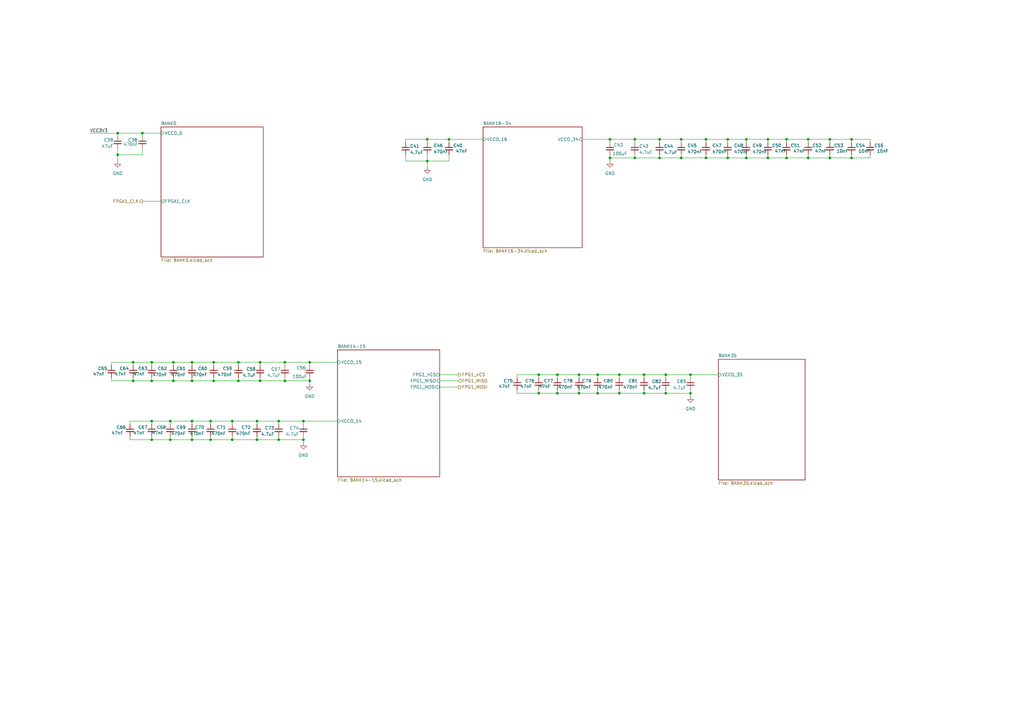
<source format=kicad_sch>
(kicad_sch
	(version 20231120)
	(generator "eeschema")
	(generator_version "8.0")
	(uuid "e57593ce-14b9-4133-9b58-606555ba8dea")
	(paper "A3")
	(lib_symbols
		(symbol "Device:C_Small"
			(pin_numbers hide)
			(pin_names
				(offset 0.254) hide)
			(exclude_from_sim no)
			(in_bom yes)
			(on_board yes)
			(property "Reference" "C"
				(at 0.254 1.778 0)
				(effects
					(font
						(size 1.27 1.27)
					)
					(justify left)
				)
			)
			(property "Value" "C_Small"
				(at 0.254 -2.032 0)
				(effects
					(font
						(size 1.27 1.27)
					)
					(justify left)
				)
			)
			(property "Footprint" ""
				(at 0 0 0)
				(effects
					(font
						(size 1.27 1.27)
					)
					(hide yes)
				)
			)
			(property "Datasheet" "~"
				(at 0 0 0)
				(effects
					(font
						(size 1.27 1.27)
					)
					(hide yes)
				)
			)
			(property "Description" "Unpolarized capacitor, small symbol"
				(at 0 0 0)
				(effects
					(font
						(size 1.27 1.27)
					)
					(hide yes)
				)
			)
			(property "ki_keywords" "capacitor cap"
				(at 0 0 0)
				(effects
					(font
						(size 1.27 1.27)
					)
					(hide yes)
				)
			)
			(property "ki_fp_filters" "C_*"
				(at 0 0 0)
				(effects
					(font
						(size 1.27 1.27)
					)
					(hide yes)
				)
			)
			(symbol "C_Small_0_1"
				(polyline
					(pts
						(xy -1.524 -0.508) (xy 1.524 -0.508)
					)
					(stroke
						(width 0.3302)
						(type default)
					)
					(fill
						(type none)
					)
				)
				(polyline
					(pts
						(xy -1.524 0.508) (xy 1.524 0.508)
					)
					(stroke
						(width 0.3048)
						(type default)
					)
					(fill
						(type none)
					)
				)
			)
			(symbol "C_Small_1_1"
				(pin passive line
					(at 0 2.54 270)
					(length 2.032)
					(name "~"
						(effects
							(font
								(size 1.27 1.27)
							)
						)
					)
					(number "1"
						(effects
							(font
								(size 1.27 1.27)
							)
						)
					)
				)
				(pin passive line
					(at 0 -2.54 90)
					(length 2.032)
					(name "~"
						(effects
							(font
								(size 1.27 1.27)
							)
						)
					)
					(number "2"
						(effects
							(font
								(size 1.27 1.27)
							)
						)
					)
				)
			)
		)
		(symbol "power:GND"
			(power)
			(pin_numbers hide)
			(pin_names
				(offset 0) hide)
			(exclude_from_sim no)
			(in_bom yes)
			(on_board yes)
			(property "Reference" "#PWR"
				(at 0 -6.35 0)
				(effects
					(font
						(size 1.27 1.27)
					)
					(hide yes)
				)
			)
			(property "Value" "GND"
				(at 0 -3.81 0)
				(effects
					(font
						(size 1.27 1.27)
					)
				)
			)
			(property "Footprint" ""
				(at 0 0 0)
				(effects
					(font
						(size 1.27 1.27)
					)
					(hide yes)
				)
			)
			(property "Datasheet" ""
				(at 0 0 0)
				(effects
					(font
						(size 1.27 1.27)
					)
					(hide yes)
				)
			)
			(property "Description" "Power symbol creates a global label with name \"GND\" , ground"
				(at 0 0 0)
				(effects
					(font
						(size 1.27 1.27)
					)
					(hide yes)
				)
			)
			(property "ki_keywords" "global power"
				(at 0 0 0)
				(effects
					(font
						(size 1.27 1.27)
					)
					(hide yes)
				)
			)
			(symbol "GND_0_1"
				(polyline
					(pts
						(xy 0 0) (xy 0 -1.27) (xy 1.27 -1.27) (xy 0 -2.54) (xy -1.27 -1.27) (xy 0 -1.27)
					)
					(stroke
						(width 0)
						(type default)
					)
					(fill
						(type none)
					)
				)
			)
			(symbol "GND_1_1"
				(pin power_in line
					(at 0 0 270)
					(length 0)
					(name "~"
						(effects
							(font
								(size 1.27 1.27)
							)
						)
					)
					(number "1"
						(effects
							(font
								(size 1.27 1.27)
							)
						)
					)
				)
			)
		)
	)
	(junction
		(at 127 148.59)
		(diameter 0)
		(color 0 0 0 0)
		(uuid "02c39b35-5e05-498f-bec4-7022959897a8")
	)
	(junction
		(at 264.16 161.29)
		(diameter 0)
		(color 0 0 0 0)
		(uuid "0629ef85-1699-4995-bed1-41dc208b57a3")
	)
	(junction
		(at 48.26 54.61)
		(diameter 0)
		(color 0 0 0 0)
		(uuid "0a5919cd-ac61-4e3b-8c79-12c0fcd941b9")
	)
	(junction
		(at 279.4 64.77)
		(diameter 0)
		(color 0 0 0 0)
		(uuid "15d19e9f-9200-4e1a-9344-457ecddf7533")
	)
	(junction
		(at 322.58 57.15)
		(diameter 0)
		(color 0 0 0 0)
		(uuid "19fc47f2-eea4-4333-883b-c298b42d10af")
	)
	(junction
		(at 78.74 148.59)
		(diameter 0)
		(color 0 0 0 0)
		(uuid "1a367a5b-f31b-42e5-a4cb-bbed164b4cf4")
	)
	(junction
		(at 270.51 64.77)
		(diameter 0)
		(color 0 0 0 0)
		(uuid "1c0152cd-2e39-49ba-af69-9faffd29c8b3")
	)
	(junction
		(at 97.79 148.59)
		(diameter 0)
		(color 0 0 0 0)
		(uuid "1f26b42f-7ae7-41a2-b99e-10cba76f6e75")
	)
	(junction
		(at 87.63 156.21)
		(diameter 0)
		(color 0 0 0 0)
		(uuid "2065403e-478f-4b04-9785-7996816ed0fa")
	)
	(junction
		(at 54.61 156.21)
		(diameter 0)
		(color 0 0 0 0)
		(uuid "2178ccad-82b2-483a-b47f-9eb0e64abbf5")
	)
	(junction
		(at 114.3 172.72)
		(diameter 0)
		(color 0 0 0 0)
		(uuid "221ace4e-9c0d-4c0d-a303-e2d7075573ff")
	)
	(junction
		(at 86.36 180.34)
		(diameter 0)
		(color 0 0 0 0)
		(uuid "222b2632-e1d0-4f3d-927c-e6e374abb4b6")
	)
	(junction
		(at 106.68 156.21)
		(diameter 0)
		(color 0 0 0 0)
		(uuid "2265bcfc-021e-43f1-8bce-d7d79cdd8d4e")
	)
	(junction
		(at 54.61 148.59)
		(diameter 0)
		(color 0 0 0 0)
		(uuid "28d59402-0a29-468e-b928-5e70383ac9f0")
	)
	(junction
		(at 124.46 172.72)
		(diameter 0)
		(color 0 0 0 0)
		(uuid "2ad02730-dafe-4df0-ad72-8dea7ba4ceee")
	)
	(junction
		(at 62.23 172.72)
		(diameter 0)
		(color 0 0 0 0)
		(uuid "2b6d70c4-5442-44fb-aebc-a6dbad147329")
	)
	(junction
		(at 175.26 57.15)
		(diameter 0)
		(color 0 0 0 0)
		(uuid "2c2e7435-8e4f-45bf-94fe-c621e7277fbe")
	)
	(junction
		(at 340.36 64.77)
		(diameter 0)
		(color 0 0 0 0)
		(uuid "3252987c-440f-405f-8e1b-524d03999914")
	)
	(junction
		(at 254 153.67)
		(diameter 0)
		(color 0 0 0 0)
		(uuid "37d11f7e-a4bf-4778-ae40-ce809108094a")
	)
	(junction
		(at 273.05 153.67)
		(diameter 0)
		(color 0 0 0 0)
		(uuid "3e1821e7-8c06-4d8e-958c-590b77d4ae9f")
	)
	(junction
		(at 69.85 180.34)
		(diameter 0)
		(color 0 0 0 0)
		(uuid "434f3dd3-32d5-445a-acaf-fb06e1ee30c5")
	)
	(junction
		(at 105.41 180.34)
		(diameter 0)
		(color 0 0 0 0)
		(uuid "491987b1-aad9-4b5f-b84e-f492c3a40aaf")
	)
	(junction
		(at 184.15 57.15)
		(diameter 0)
		(color 0 0 0 0)
		(uuid "4d05cd17-23b6-4da0-8f76-bd4be48b36ec")
	)
	(junction
		(at 264.16 153.67)
		(diameter 0)
		(color 0 0 0 0)
		(uuid "4f26f237-25bd-4ca1-83e0-588174f41779")
	)
	(junction
		(at 237.49 153.67)
		(diameter 0)
		(color 0 0 0 0)
		(uuid "55fdb241-3b99-4190-8bef-99dd75322d67")
	)
	(junction
		(at 86.36 172.72)
		(diameter 0)
		(color 0 0 0 0)
		(uuid "5a88e5a8-4d26-4d02-9da4-52b9c1fcb99d")
	)
	(junction
		(at 228.6 161.29)
		(diameter 0)
		(color 0 0 0 0)
		(uuid "683080f0-ce39-47f8-9e15-681e3127fb9f")
	)
	(junction
		(at 306.07 64.77)
		(diameter 0)
		(color 0 0 0 0)
		(uuid "68319df1-5816-493e-baed-a5cbf9cc8b1d")
	)
	(junction
		(at 250.19 64.77)
		(diameter 0)
		(color 0 0 0 0)
		(uuid "688bedfe-f85c-422c-bedf-a7c6bd0d45e7")
	)
	(junction
		(at 87.63 148.59)
		(diameter 0)
		(color 0 0 0 0)
		(uuid "697a9816-0f21-40bf-8408-5bb47d9c3ab3")
	)
	(junction
		(at 95.25 172.72)
		(diameter 0)
		(color 0 0 0 0)
		(uuid "69e56cfb-9e40-4a99-b0da-88d04d5136ef")
	)
	(junction
		(at 314.96 57.15)
		(diameter 0)
		(color 0 0 0 0)
		(uuid "709db74c-fc8e-4ab0-a3cc-b34ff11c9f66")
	)
	(junction
		(at 270.51 57.15)
		(diameter 0)
		(color 0 0 0 0)
		(uuid "70d04402-72b4-436e-9427-403c34e6d3a4")
	)
	(junction
		(at 71.12 156.21)
		(diameter 0)
		(color 0 0 0 0)
		(uuid "7d966e7f-0c41-4280-997f-a5397d9b9398")
	)
	(junction
		(at 116.84 148.59)
		(diameter 0)
		(color 0 0 0 0)
		(uuid "8030dd0c-f495-4023-b340-cd3525031b79")
	)
	(junction
		(at 298.45 64.77)
		(diameter 0)
		(color 0 0 0 0)
		(uuid "808da4f1-6a3a-40ac-b6f6-f004031cbc13")
	)
	(junction
		(at 116.84 156.21)
		(diameter 0)
		(color 0 0 0 0)
		(uuid "86d879d0-5a7d-4608-a049-91cf96511da9")
	)
	(junction
		(at 97.79 156.21)
		(diameter 0)
		(color 0 0 0 0)
		(uuid "8a577975-f7e1-47a3-be66-7151d55bf8d7")
	)
	(junction
		(at 62.23 180.34)
		(diameter 0)
		(color 0 0 0 0)
		(uuid "8b48ccfc-5795-4a0c-ad97-d73e59dd7a3f")
	)
	(junction
		(at 260.35 57.15)
		(diameter 0)
		(color 0 0 0 0)
		(uuid "92996d82-8aa1-4a1a-8bd6-d91bc3deaf47")
	)
	(junction
		(at 106.68 148.59)
		(diameter 0)
		(color 0 0 0 0)
		(uuid "92c6bf1f-24c8-4ac9-b278-27ba3d92c448")
	)
	(junction
		(at 175.26 66.04)
		(diameter 0)
		(color 0 0 0 0)
		(uuid "96bb8408-6bc6-4750-8421-5cb805b3caf1")
	)
	(junction
		(at 349.25 64.77)
		(diameter 0)
		(color 0 0 0 0)
		(uuid "998d35b9-dbb4-44e3-af1d-f8ad8d1f1cff")
	)
	(junction
		(at 331.47 57.15)
		(diameter 0)
		(color 0 0 0 0)
		(uuid "9a6a142e-42be-4b75-9ccd-4b6571b97473")
	)
	(junction
		(at 220.98 161.29)
		(diameter 0)
		(color 0 0 0 0)
		(uuid "9d2eb800-8743-432f-89f0-e9c200c10eea")
	)
	(junction
		(at 62.23 148.59)
		(diameter 0)
		(color 0 0 0 0)
		(uuid "9def2a53-4ae0-4560-92bb-b7dc03536439")
	)
	(junction
		(at 124.46 180.34)
		(diameter 0)
		(color 0 0 0 0)
		(uuid "a54101e2-092c-4a3d-ba72-8b170ffff04a")
	)
	(junction
		(at 340.36 57.15)
		(diameter 0)
		(color 0 0 0 0)
		(uuid "acee8296-03dc-4169-8fff-85330142c998")
	)
	(junction
		(at 283.21 161.29)
		(diameter 0)
		(color 0 0 0 0)
		(uuid "aeb3816d-a249-4805-a6ec-6e97a7f80ac4")
	)
	(junction
		(at 78.74 180.34)
		(diameter 0)
		(color 0 0 0 0)
		(uuid "b262e602-aa5f-4506-a35d-60ad47c0b303")
	)
	(junction
		(at 279.4 57.15)
		(diameter 0)
		(color 0 0 0 0)
		(uuid "b638aaa1-888d-45a8-9cc5-df237c6364b9")
	)
	(junction
		(at 62.23 156.21)
		(diameter 0)
		(color 0 0 0 0)
		(uuid "b67c20cd-e296-46e7-b73c-b3df6ef8c056")
	)
	(junction
		(at 245.11 153.67)
		(diameter 0)
		(color 0 0 0 0)
		(uuid "b7905f10-0870-4353-9809-fdcae657fd87")
	)
	(junction
		(at 298.45 57.15)
		(diameter 0)
		(color 0 0 0 0)
		(uuid "be08dcdf-9c98-41c0-a09f-e3af2615e65c")
	)
	(junction
		(at 306.07 57.15)
		(diameter 0)
		(color 0 0 0 0)
		(uuid "bf2f94a6-82ce-4eb3-84f4-bb08e494dc1e")
	)
	(junction
		(at 283.21 153.67)
		(diameter 0)
		(color 0 0 0 0)
		(uuid "bf7f4387-8015-44df-acdf-d88a25b20463")
	)
	(junction
		(at 95.25 180.34)
		(diameter 0)
		(color 0 0 0 0)
		(uuid "c025da89-3713-42f2-86a5-dcdeb321416a")
	)
	(junction
		(at 78.74 172.72)
		(diameter 0)
		(color 0 0 0 0)
		(uuid "c30f99aa-6522-46e5-a65b-0721b4136260")
	)
	(junction
		(at 105.41 172.72)
		(diameter 0)
		(color 0 0 0 0)
		(uuid "ca810afe-9db4-4d35-bd9b-7f05d553a057")
	)
	(junction
		(at 220.98 153.67)
		(diameter 0)
		(color 0 0 0 0)
		(uuid "cc8e1731-03f5-4e93-9382-dab618b64294")
	)
	(junction
		(at 114.3 180.34)
		(diameter 0)
		(color 0 0 0 0)
		(uuid "cd3f04e6-e2cb-48b1-b846-40fe495b339a")
	)
	(junction
		(at 314.96 64.77)
		(diameter 0)
		(color 0 0 0 0)
		(uuid "cfeb4ace-ea9e-4774-bc03-e6f96222c6ae")
	)
	(junction
		(at 273.05 161.29)
		(diameter 0)
		(color 0 0 0 0)
		(uuid "d78655f5-6910-4b6a-bbcd-ec485088a752")
	)
	(junction
		(at 78.74 156.21)
		(diameter 0)
		(color 0 0 0 0)
		(uuid "dfed7b1c-6f78-4fe8-af8e-914c132f5d57")
	)
	(junction
		(at 48.26 63.5)
		(diameter 0)
		(color 0 0 0 0)
		(uuid "e2aeff82-0ee5-42b2-8cab-8a7ae6967be0")
	)
	(junction
		(at 349.25 57.15)
		(diameter 0)
		(color 0 0 0 0)
		(uuid "e5b302d4-1adc-4358-8507-346ba8c1997a")
	)
	(junction
		(at 331.47 64.77)
		(diameter 0)
		(color 0 0 0 0)
		(uuid "e7b06ae9-9c6c-4cf0-845c-0ae4ae3b3251")
	)
	(junction
		(at 322.58 64.77)
		(diameter 0)
		(color 0 0 0 0)
		(uuid "e86cf2da-c4f0-4326-a833-8b098cded4a5")
	)
	(junction
		(at 250.19 57.15)
		(diameter 0)
		(color 0 0 0 0)
		(uuid "ea88bb16-30f6-470b-aea0-fe62eec2dadc")
	)
	(junction
		(at 289.56 57.15)
		(diameter 0)
		(color 0 0 0 0)
		(uuid "ec897fe6-9c10-4151-afe6-7838bb3ba50d")
	)
	(junction
		(at 69.85 172.72)
		(diameter 0)
		(color 0 0 0 0)
		(uuid "f300cb9d-3323-4792-aa9c-914585884216")
	)
	(junction
		(at 228.6 153.67)
		(diameter 0)
		(color 0 0 0 0)
		(uuid "f35ae6d8-7b51-4dc2-be55-23b546c18c1f")
	)
	(junction
		(at 71.12 148.59)
		(diameter 0)
		(color 0 0 0 0)
		(uuid "f3fecce6-dfa6-4778-8535-54b77ba3f984")
	)
	(junction
		(at 237.49 161.29)
		(diameter 0)
		(color 0 0 0 0)
		(uuid "f6e4a512-2306-45e2-8673-e632333a9108")
	)
	(junction
		(at 254 161.29)
		(diameter 0)
		(color 0 0 0 0)
		(uuid "f8357f4e-a72a-4925-a230-50ecd6bc9c13")
	)
	(junction
		(at 260.35 64.77)
		(diameter 0)
		(color 0 0 0 0)
		(uuid "f89ac24d-b6f4-46d9-bd29-46764161ed5f")
	)
	(junction
		(at 289.56 64.77)
		(diameter 0)
		(color 0 0 0 0)
		(uuid "f94fd890-1829-416e-96f2-58f791674ef1")
	)
	(junction
		(at 127 156.21)
		(diameter 0)
		(color 0 0 0 0)
		(uuid "faa41c09-54d9-4521-b38a-f3f2b1a24ff5")
	)
	(junction
		(at 245.11 161.29)
		(diameter 0)
		(color 0 0 0 0)
		(uuid "fc1ad2b5-2a2a-42c6-badc-820ebb2e72d9")
	)
	(junction
		(at 58.42 54.61)
		(diameter 0)
		(color 0 0 0 0)
		(uuid "fc502956-264b-431a-afae-6d77db5c50fd")
	)
	(wire
		(pts
			(xy 264.16 160.02) (xy 264.16 161.29)
		)
		(stroke
			(width 0)
			(type default)
		)
		(uuid "005945bd-3606-4fac-84d2-e5afbe1f2935")
	)
	(wire
		(pts
			(xy 175.26 68.58) (xy 175.26 66.04)
		)
		(stroke
			(width 0)
			(type default)
		)
		(uuid "00b245f3-a415-443e-84ea-46bc7a53cbfc")
	)
	(wire
		(pts
			(xy 58.42 54.61) (xy 66.04 54.61)
		)
		(stroke
			(width 0)
			(type default)
		)
		(uuid "01707ea3-6c34-4407-b8e7-3f6753026000")
	)
	(wire
		(pts
			(xy 322.58 63.5) (xy 322.58 64.77)
		)
		(stroke
			(width 0)
			(type default)
		)
		(uuid "022dc8a7-1255-49d1-94f8-43055fce1631")
	)
	(wire
		(pts
			(xy 184.15 63.5) (xy 184.15 66.04)
		)
		(stroke
			(width 0)
			(type default)
		)
		(uuid "059e2594-3d43-4469-9319-46baad6beaa2")
	)
	(wire
		(pts
			(xy 71.12 149.86) (xy 71.12 148.59)
		)
		(stroke
			(width 0)
			(type default)
		)
		(uuid "0da72446-4a86-4a78-829d-7ee856d2783e")
	)
	(wire
		(pts
			(xy 175.26 57.15) (xy 184.15 57.15)
		)
		(stroke
			(width 0)
			(type default)
		)
		(uuid "0de6a529-1005-46a1-9961-cb715336ab12")
	)
	(wire
		(pts
			(xy 124.46 172.72) (xy 138.43 172.72)
		)
		(stroke
			(width 0)
			(type default)
		)
		(uuid "0ecbf606-55b7-477c-97ac-b189ec47fb18")
	)
	(wire
		(pts
			(xy 166.37 58.42) (xy 166.37 57.15)
		)
		(stroke
			(width 0)
			(type default)
		)
		(uuid "0ff26ac9-7469-4e3a-9d43-b89dfcd54e89")
	)
	(wire
		(pts
			(xy 58.42 60.96) (xy 58.42 63.5)
		)
		(stroke
			(width 0)
			(type default)
		)
		(uuid "11b5f989-b295-40ef-a670-9311fc3f7bc7")
	)
	(wire
		(pts
			(xy 237.49 153.67) (xy 245.11 153.67)
		)
		(stroke
			(width 0)
			(type default)
		)
		(uuid "120c9293-b491-403f-b570-b48b0043fb81")
	)
	(wire
		(pts
			(xy 116.84 148.59) (xy 106.68 148.59)
		)
		(stroke
			(width 0)
			(type default)
		)
		(uuid "14080c0e-c47e-4151-9570-11cc77116521")
	)
	(wire
		(pts
			(xy 78.74 154.94) (xy 78.74 156.21)
		)
		(stroke
			(width 0)
			(type default)
		)
		(uuid "14330e37-4809-4660-8589-d062b2f42024")
	)
	(wire
		(pts
			(xy 180.34 153.67) (xy 187.96 153.67)
		)
		(stroke
			(width 0)
			(type default)
		)
		(uuid "1537b028-c693-44cb-be31-3a31b9ee8981")
	)
	(wire
		(pts
			(xy 237.49 154.94) (xy 237.49 153.67)
		)
		(stroke
			(width 0)
			(type default)
		)
		(uuid "1571657b-6c60-4132-9b41-56d2cf64d80d")
	)
	(wire
		(pts
			(xy 48.26 54.61) (xy 48.26 55.88)
		)
		(stroke
			(width 0)
			(type default)
		)
		(uuid "17f6d097-c80d-40d4-b58b-73a77568c806")
	)
	(wire
		(pts
			(xy 48.26 54.61) (xy 58.42 54.61)
		)
		(stroke
			(width 0)
			(type default)
		)
		(uuid "184ede74-7579-48cc-91ab-60efcb5e588e")
	)
	(wire
		(pts
			(xy 289.56 57.15) (xy 289.56 58.42)
		)
		(stroke
			(width 0)
			(type default)
		)
		(uuid "18810c12-d804-4774-9545-afc2dcf220f5")
	)
	(wire
		(pts
			(xy 48.26 63.5) (xy 48.26 66.04)
		)
		(stroke
			(width 0)
			(type default)
		)
		(uuid "196aa539-bf43-4f7d-8ca5-346872deb911")
	)
	(wire
		(pts
			(xy 322.58 64.77) (xy 331.47 64.77)
		)
		(stroke
			(width 0)
			(type default)
		)
		(uuid "1c13f3e1-135f-43b0-8d2f-15bb4de9d953")
	)
	(wire
		(pts
			(xy 314.96 57.15) (xy 322.58 57.15)
		)
		(stroke
			(width 0)
			(type default)
		)
		(uuid "1cc52eda-c4ab-4b1f-b432-926f9c634859")
	)
	(wire
		(pts
			(xy 69.85 173.99) (xy 69.85 172.72)
		)
		(stroke
			(width 0)
			(type default)
		)
		(uuid "1ed54815-4bda-4503-bfff-66ce791a8b2c")
	)
	(wire
		(pts
			(xy 105.41 179.07) (xy 105.41 180.34)
		)
		(stroke
			(width 0)
			(type default)
		)
		(uuid "1f26f481-c7f5-4ba3-a650-1714b065ebc9")
	)
	(wire
		(pts
			(xy 298.45 64.77) (xy 306.07 64.77)
		)
		(stroke
			(width 0)
			(type default)
		)
		(uuid "203277e8-f7f3-40de-9c4d-60e80b799f2c")
	)
	(wire
		(pts
			(xy 95.25 180.34) (xy 86.36 180.34)
		)
		(stroke
			(width 0)
			(type default)
		)
		(uuid "205d3d72-968a-4a74-b791-170267cf30b8")
	)
	(wire
		(pts
			(xy 180.34 158.75) (xy 187.96 158.75)
		)
		(stroke
			(width 0)
			(type default)
		)
		(uuid "21005c2b-edbd-45d2-8076-7c3bb560d7e0")
	)
	(wire
		(pts
			(xy 298.45 57.15) (xy 289.56 57.15)
		)
		(stroke
			(width 0)
			(type default)
		)
		(uuid "21899813-0580-449d-a62d-0bcd94e972e3")
	)
	(wire
		(pts
			(xy 306.07 57.15) (xy 314.96 57.15)
		)
		(stroke
			(width 0)
			(type default)
		)
		(uuid "219208d5-7d4b-4cd6-aed3-218cad8505b7")
	)
	(wire
		(pts
			(xy 264.16 153.67) (xy 273.05 153.67)
		)
		(stroke
			(width 0)
			(type default)
		)
		(uuid "27c63cc4-46ef-4330-9dfe-cb4c37075b71")
	)
	(wire
		(pts
			(xy 283.21 160.02) (xy 283.21 161.29)
		)
		(stroke
			(width 0)
			(type default)
		)
		(uuid "27c9d3e4-ecdd-4990-95ad-94685933b05e")
	)
	(wire
		(pts
			(xy 87.63 156.21) (xy 78.74 156.21)
		)
		(stroke
			(width 0)
			(type default)
		)
		(uuid "27ce2201-eea7-4c49-81da-a7b96ff3cfeb")
	)
	(wire
		(pts
			(xy 228.6 160.02) (xy 228.6 161.29)
		)
		(stroke
			(width 0)
			(type default)
		)
		(uuid "27f5aa3a-87b2-4e5c-8389-380157bc9d77")
	)
	(wire
		(pts
			(xy 340.36 57.15) (xy 349.25 57.15)
		)
		(stroke
			(width 0)
			(type default)
		)
		(uuid "283a54af-ed7e-4800-879f-3b729291cd16")
	)
	(wire
		(pts
			(xy 86.36 179.07) (xy 86.36 180.34)
		)
		(stroke
			(width 0)
			(type default)
		)
		(uuid "290ec79d-6c97-4fb7-bab3-e3aeef2668e7")
	)
	(wire
		(pts
			(xy 349.25 57.15) (xy 356.87 57.15)
		)
		(stroke
			(width 0)
			(type default)
		)
		(uuid "2b7b1f24-c562-453e-a1d9-8977593a8bc5")
	)
	(wire
		(pts
			(xy 53.34 172.72) (xy 53.34 173.99)
		)
		(stroke
			(width 0)
			(type default)
		)
		(uuid "2e2c1c53-cc2f-4dbe-95d1-eb7f9d7e0d22")
	)
	(wire
		(pts
			(xy 116.84 149.86) (xy 116.84 148.59)
		)
		(stroke
			(width 0)
			(type default)
		)
		(uuid "2e723fa6-ce2a-4f8c-b2df-7ae83dc24975")
	)
	(wire
		(pts
			(xy 54.61 156.21) (xy 45.72 156.21)
		)
		(stroke
			(width 0)
			(type default)
		)
		(uuid "2fbb54d7-f8fa-434a-8d40-e796b7949c4b")
	)
	(wire
		(pts
			(xy 340.36 58.42) (xy 340.36 57.15)
		)
		(stroke
			(width 0)
			(type default)
		)
		(uuid "3068efde-d7b2-4346-8ec5-3279c9a3eca7")
	)
	(wire
		(pts
			(xy 340.36 63.5) (xy 340.36 64.77)
		)
		(stroke
			(width 0)
			(type default)
		)
		(uuid "30fc502f-9a38-4aa7-8a92-f94ae5d0abfd")
	)
	(wire
		(pts
			(xy 54.61 148.59) (xy 54.61 149.86)
		)
		(stroke
			(width 0)
			(type default)
		)
		(uuid "347d52bd-5639-4dbf-b67e-183471167fd9")
	)
	(wire
		(pts
			(xy 331.47 64.77) (xy 340.36 64.77)
		)
		(stroke
			(width 0)
			(type default)
		)
		(uuid "38474273-82a1-4ee3-8b49-de7bf662caa8")
	)
	(wire
		(pts
			(xy 54.61 154.94) (xy 54.61 156.21)
		)
		(stroke
			(width 0)
			(type default)
		)
		(uuid "38491241-615d-4d3b-94c8-d3f6c8af2843")
	)
	(wire
		(pts
			(xy 114.3 180.34) (xy 105.41 180.34)
		)
		(stroke
			(width 0)
			(type default)
		)
		(uuid "3c49f17c-cc8b-41a0-a1e5-b56121b43df6")
	)
	(wire
		(pts
			(xy 270.51 64.77) (xy 279.4 64.77)
		)
		(stroke
			(width 0)
			(type default)
		)
		(uuid "3caeef23-a56a-45e9-b7dc-cba39d254ec6")
	)
	(wire
		(pts
			(xy 124.46 172.72) (xy 114.3 172.72)
		)
		(stroke
			(width 0)
			(type default)
		)
		(uuid "3cc88216-e9f4-4780-abbb-5bab099498ca")
	)
	(wire
		(pts
			(xy 53.34 180.34) (xy 53.34 179.07)
		)
		(stroke
			(width 0)
			(type default)
		)
		(uuid "3d14c1f8-ef05-4828-880b-4e99038b2a73")
	)
	(wire
		(pts
			(xy 105.41 172.72) (xy 114.3 172.72)
		)
		(stroke
			(width 0)
			(type default)
		)
		(uuid "3d476203-9f1b-4247-8be7-5746eef204eb")
	)
	(wire
		(pts
			(xy 45.72 148.59) (xy 45.72 149.86)
		)
		(stroke
			(width 0)
			(type default)
		)
		(uuid "3f5400d5-0375-4a6c-ba77-94469ad822a4")
	)
	(wire
		(pts
			(xy 306.07 64.77) (xy 314.96 64.77)
		)
		(stroke
			(width 0)
			(type default)
		)
		(uuid "40828c5c-7345-4383-91f8-202d33b3d19b")
	)
	(wire
		(pts
			(xy 166.37 63.5) (xy 166.37 66.04)
		)
		(stroke
			(width 0)
			(type default)
		)
		(uuid "428b642e-e8ea-406e-a869-d5d9aa6f678f")
	)
	(wire
		(pts
			(xy 340.36 57.15) (xy 331.47 57.15)
		)
		(stroke
			(width 0)
			(type default)
		)
		(uuid "4394d2f9-53d8-4a80-85b0-5aaaa4ea5fae")
	)
	(wire
		(pts
			(xy 245.11 153.67) (xy 254 153.67)
		)
		(stroke
			(width 0)
			(type default)
		)
		(uuid "478f775d-8b1b-410a-a5f0-b4af6c296fd7")
	)
	(wire
		(pts
			(xy 314.96 63.5) (xy 314.96 64.77)
		)
		(stroke
			(width 0)
			(type default)
		)
		(uuid "482070d2-6164-4a58-a396-141dc505d239")
	)
	(wire
		(pts
			(xy 78.74 180.34) (xy 69.85 180.34)
		)
		(stroke
			(width 0)
			(type default)
		)
		(uuid "4937d4a2-d18b-4bc3-8874-2ee3810bdb29")
	)
	(wire
		(pts
			(xy 264.16 161.29) (xy 254 161.29)
		)
		(stroke
			(width 0)
			(type default)
		)
		(uuid "49ccaf62-be22-4640-bd6b-06385fa825ee")
	)
	(wire
		(pts
			(xy 86.36 172.72) (xy 95.25 172.72)
		)
		(stroke
			(width 0)
			(type default)
		)
		(uuid "4ad6cd8e-f222-4ad4-b679-f55e9e80f0b1")
	)
	(wire
		(pts
			(xy 250.19 57.15) (xy 250.19 58.42)
		)
		(stroke
			(width 0)
			(type default)
		)
		(uuid "515427ca-ca04-4585-9fdb-c5f460953005")
	)
	(wire
		(pts
			(xy 105.41 180.34) (xy 95.25 180.34)
		)
		(stroke
			(width 0)
			(type default)
		)
		(uuid "522e76f5-bac2-4e2b-8717-37843d9a4634")
	)
	(wire
		(pts
			(xy 279.4 63.5) (xy 279.4 64.77)
		)
		(stroke
			(width 0)
			(type default)
		)
		(uuid "52b983ff-bdf5-4631-b75c-ae6b51b2bc5c")
	)
	(wire
		(pts
			(xy 87.63 148.59) (xy 97.79 148.59)
		)
		(stroke
			(width 0)
			(type default)
		)
		(uuid "53f91842-8c10-4275-8336-14adee4bedb1")
	)
	(wire
		(pts
			(xy 87.63 148.59) (xy 87.63 149.86)
		)
		(stroke
			(width 0)
			(type default)
		)
		(uuid "54e487a1-990e-42f3-8b7d-5d561f842fdf")
	)
	(wire
		(pts
			(xy 124.46 173.99) (xy 124.46 172.72)
		)
		(stroke
			(width 0)
			(type default)
		)
		(uuid "582d3a13-238b-4999-a940-8a278bf59d2f")
	)
	(wire
		(pts
			(xy 124.46 181.61) (xy 124.46 180.34)
		)
		(stroke
			(width 0)
			(type default)
		)
		(uuid "59e1d742-82dc-4368-ab73-3e0f897e3bfc")
	)
	(wire
		(pts
			(xy 237.49 153.67) (xy 228.6 153.67)
		)
		(stroke
			(width 0)
			(type default)
		)
		(uuid "5a551fab-4444-4841-8ec7-c5ecee51e235")
	)
	(wire
		(pts
			(xy 260.35 63.5) (xy 260.35 64.77)
		)
		(stroke
			(width 0)
			(type default)
		)
		(uuid "5c518dbe-e7c8-4290-9a6a-a8500e2dc5a4")
	)
	(wire
		(pts
			(xy 58.42 63.5) (xy 48.26 63.5)
		)
		(stroke
			(width 0)
			(type default)
		)
		(uuid "5ce75d6e-e5ea-4a10-8b31-5a0f7e4c5efc")
	)
	(wire
		(pts
			(xy 62.23 149.86) (xy 62.23 148.59)
		)
		(stroke
			(width 0)
			(type default)
		)
		(uuid "5df949e5-6c10-4383-894c-e1e907c10360")
	)
	(wire
		(pts
			(xy 97.79 154.94) (xy 97.79 156.21)
		)
		(stroke
			(width 0)
			(type default)
		)
		(uuid "5e294a98-d224-4b5e-806c-2685ed2e0fca")
	)
	(wire
		(pts
			(xy 298.45 57.15) (xy 298.45 58.42)
		)
		(stroke
			(width 0)
			(type default)
		)
		(uuid "609a7c28-8ad6-479a-88dc-e536b7a6a673")
	)
	(wire
		(pts
			(xy 166.37 57.15) (xy 175.26 57.15)
		)
		(stroke
			(width 0)
			(type default)
		)
		(uuid "60a73b75-797c-4ece-9fe0-ce76c07037cf")
	)
	(wire
		(pts
			(xy 166.37 66.04) (xy 175.26 66.04)
		)
		(stroke
			(width 0)
			(type default)
		)
		(uuid "613cafb6-9f42-469a-8812-15ff920c9d9e")
	)
	(wire
		(pts
			(xy 78.74 156.21) (xy 71.12 156.21)
		)
		(stroke
			(width 0)
			(type default)
		)
		(uuid "617079eb-f3f4-4fa0-9444-242b493b1de7")
	)
	(wire
		(pts
			(xy 116.84 156.21) (xy 127 156.21)
		)
		(stroke
			(width 0)
			(type default)
		)
		(uuid "653649fe-4807-47be-94d4-abbbcb81e39b")
	)
	(wire
		(pts
			(xy 283.21 161.29) (xy 273.05 161.29)
		)
		(stroke
			(width 0)
			(type default)
		)
		(uuid "669a980e-4995-4f8e-9e33-955d37e9c5ae")
	)
	(wire
		(pts
			(xy 62.23 156.21) (xy 54.61 156.21)
		)
		(stroke
			(width 0)
			(type default)
		)
		(uuid "67b9dc40-b79a-4728-84f5-8b9270a71901")
	)
	(wire
		(pts
			(xy 62.23 179.07) (xy 62.23 180.34)
		)
		(stroke
			(width 0)
			(type default)
		)
		(uuid "69b3d69e-c877-489e-9ad2-1fb2df6f5247")
	)
	(wire
		(pts
			(xy 71.12 148.59) (xy 78.74 148.59)
		)
		(stroke
			(width 0)
			(type default)
		)
		(uuid "6a3d445b-b0ba-4adb-870c-1f2e6ded3cc0")
	)
	(wire
		(pts
			(xy 69.85 179.07) (xy 69.85 180.34)
		)
		(stroke
			(width 0)
			(type default)
		)
		(uuid "6aff3263-4a86-42b1-a314-569c9b757feb")
	)
	(wire
		(pts
			(xy 306.07 58.42) (xy 306.07 57.15)
		)
		(stroke
			(width 0)
			(type default)
		)
		(uuid "6f1272df-bcfe-4d67-b6db-2574d838823b")
	)
	(wire
		(pts
			(xy 58.42 54.61) (xy 58.42 55.88)
		)
		(stroke
			(width 0)
			(type default)
		)
		(uuid "6f6eb4c8-3462-469f-83d3-a6027c299ff4")
	)
	(wire
		(pts
			(xy 45.72 156.21) (xy 45.72 154.94)
		)
		(stroke
			(width 0)
			(type default)
		)
		(uuid "6fc2dd80-a96e-4d89-9b21-826c654db5a3")
	)
	(wire
		(pts
			(xy 314.96 64.77) (xy 322.58 64.77)
		)
		(stroke
			(width 0)
			(type default)
		)
		(uuid "71bfb262-b50f-47ee-a835-a25f04904ec7")
	)
	(wire
		(pts
			(xy 283.21 153.67) (xy 294.64 153.67)
		)
		(stroke
			(width 0)
			(type default)
		)
		(uuid "71c2e0e3-8f93-47b0-9143-c1969a037452")
	)
	(wire
		(pts
			(xy 78.74 148.59) (xy 87.63 148.59)
		)
		(stroke
			(width 0)
			(type default)
		)
		(uuid "72b9b1b1-89b3-42a1-bf11-86d71b0822db")
	)
	(wire
		(pts
			(xy 106.68 148.59) (xy 106.68 149.86)
		)
		(stroke
			(width 0)
			(type default)
		)
		(uuid "739e1fbb-5fa4-473f-b502-a17899f27a9c")
	)
	(wire
		(pts
			(xy 322.58 57.15) (xy 331.47 57.15)
		)
		(stroke
			(width 0)
			(type default)
		)
		(uuid "73a0449f-330e-410c-b023-61af63cfa86b")
	)
	(wire
		(pts
			(xy 62.23 154.94) (xy 62.23 156.21)
		)
		(stroke
			(width 0)
			(type default)
		)
		(uuid "7464f993-2400-4ca8-a56f-971aab417834")
	)
	(wire
		(pts
			(xy 237.49 161.29) (xy 228.6 161.29)
		)
		(stroke
			(width 0)
			(type default)
		)
		(uuid "78e23d63-e0e0-45b0-bf73-32164f1143ff")
	)
	(wire
		(pts
			(xy 36.83 54.61) (xy 48.26 54.61)
		)
		(stroke
			(width 0)
			(type default)
		)
		(uuid "798ed8e4-c3ba-45b9-adf8-b8e3a3b8f159")
	)
	(wire
		(pts
			(xy 62.23 172.72) (xy 53.34 172.72)
		)
		(stroke
			(width 0)
			(type default)
		)
		(uuid "7be09449-3f80-4efb-8c71-d209738558bf")
	)
	(wire
		(pts
			(xy 279.4 57.15) (xy 270.51 57.15)
		)
		(stroke
			(width 0)
			(type default)
		)
		(uuid "8044df2f-f118-4c70-9043-bf2c1070fa94")
	)
	(wire
		(pts
			(xy 114.3 179.07) (xy 114.3 180.34)
		)
		(stroke
			(width 0)
			(type default)
		)
		(uuid "815759cf-fbcd-4a02-9d96-781fc5d34d5c")
	)
	(wire
		(pts
			(xy 116.84 154.94) (xy 116.84 156.21)
		)
		(stroke
			(width 0)
			(type default)
		)
		(uuid "83d3767f-96ca-4af8-a6be-d3c8380d8b45")
	)
	(wire
		(pts
			(xy 62.23 172.72) (xy 62.23 173.99)
		)
		(stroke
			(width 0)
			(type default)
		)
		(uuid "8511583c-f310-43d0-a175-1cb2dd769a08")
	)
	(wire
		(pts
			(xy 124.46 179.07) (xy 124.46 180.34)
		)
		(stroke
			(width 0)
			(type default)
		)
		(uuid "85c5fda5-c70d-443f-921f-3b7f023819bb")
	)
	(wire
		(pts
			(xy 306.07 63.5) (xy 306.07 64.77)
		)
		(stroke
			(width 0)
			(type default)
		)
		(uuid "8739e8ba-d38f-4a9e-9300-ef577ad056e9")
	)
	(wire
		(pts
			(xy 322.58 57.15) (xy 322.58 58.42)
		)
		(stroke
			(width 0)
			(type default)
		)
		(uuid "88d72c56-c902-4367-803a-6d28999ea4fb")
	)
	(wire
		(pts
			(xy 86.36 172.72) (xy 86.36 173.99)
		)
		(stroke
			(width 0)
			(type default)
		)
		(uuid "8918629b-9759-4bf9-8da4-7ce468d408f8")
	)
	(wire
		(pts
			(xy 331.47 64.77) (xy 331.47 63.5)
		)
		(stroke
			(width 0)
			(type default)
		)
		(uuid "8b8a7d26-20eb-4c8b-b2bc-8709d938c903")
	)
	(wire
		(pts
			(xy 306.07 57.15) (xy 298.45 57.15)
		)
		(stroke
			(width 0)
			(type default)
		)
		(uuid "8d6305b6-64ec-46a8-8e4d-3219fa8dc8a8")
	)
	(wire
		(pts
			(xy 78.74 172.72) (xy 69.85 172.72)
		)
		(stroke
			(width 0)
			(type default)
		)
		(uuid "8e3bf18c-5ee5-43e3-97bf-fbcf8e5dfbb1")
	)
	(wire
		(pts
			(xy 228.6 161.29) (xy 220.98 161.29)
		)
		(stroke
			(width 0)
			(type default)
		)
		(uuid "8e55b362-8826-4844-b850-1f1d4bc4bd8f")
	)
	(wire
		(pts
			(xy 180.34 156.21) (xy 187.96 156.21)
		)
		(stroke
			(width 0)
			(type default)
		)
		(uuid "90aea421-21ab-4581-91a7-c0c0339f3cf2")
	)
	(wire
		(pts
			(xy 260.35 64.77) (xy 270.51 64.77)
		)
		(stroke
			(width 0)
			(type default)
		)
		(uuid "90f4d511-9089-429f-b957-d5328945a721")
	)
	(wire
		(pts
			(xy 254 153.67) (xy 254 154.94)
		)
		(stroke
			(width 0)
			(type default)
		)
		(uuid "911ded43-fd33-49c1-b917-684c49259224")
	)
	(wire
		(pts
			(xy 283.21 154.94) (xy 283.21 153.67)
		)
		(stroke
			(width 0)
			(type default)
		)
		(uuid "92726f19-b1c7-4a52-88d5-948f55a4ea73")
	)
	(wire
		(pts
			(xy 78.74 179.07) (xy 78.74 180.34)
		)
		(stroke
			(width 0)
			(type default)
		)
		(uuid "93d5b73e-ccee-4210-ab43-2826631e1d5f")
	)
	(wire
		(pts
			(xy 289.56 57.15) (xy 279.4 57.15)
		)
		(stroke
			(width 0)
			(type default)
		)
		(uuid "9410e3a5-612b-4f21-8217-d5f73e0779a7")
	)
	(wire
		(pts
			(xy 78.74 148.59) (xy 78.74 149.86)
		)
		(stroke
			(width 0)
			(type default)
		)
		(uuid "949d54e5-9723-442f-8156-57f5a03d0f0a")
	)
	(wire
		(pts
			(xy 279.4 64.77) (xy 289.56 64.77)
		)
		(stroke
			(width 0)
			(type default)
		)
		(uuid "954f6042-e6ca-4ac2-a62b-4361d7c35f21")
	)
	(wire
		(pts
			(xy 106.68 154.94) (xy 106.68 156.21)
		)
		(stroke
			(width 0)
			(type default)
		)
		(uuid "95aac047-0a61-4839-9464-2c047fdab0e0")
	)
	(wire
		(pts
			(xy 95.25 179.07) (xy 95.25 180.34)
		)
		(stroke
			(width 0)
			(type default)
		)
		(uuid "970b79b3-26f1-4a07-b685-5bb3397b17ac")
	)
	(wire
		(pts
			(xy 220.98 153.67) (xy 220.98 154.94)
		)
		(stroke
			(width 0)
			(type default)
		)
		(uuid "9e673e6b-7735-43ab-ba02-175e32157a22")
	)
	(wire
		(pts
			(xy 220.98 160.02) (xy 220.98 161.29)
		)
		(stroke
			(width 0)
			(type default)
		)
		(uuid "a13b9382-f60b-4bc0-b95c-af5cc8b6f229")
	)
	(wire
		(pts
			(xy 283.21 153.67) (xy 273.05 153.67)
		)
		(stroke
			(width 0)
			(type default)
		)
		(uuid "a2043adb-0cd0-402a-bd7f-a3148c8bf0ea")
	)
	(wire
		(pts
			(xy 212.09 161.29) (xy 212.09 160.02)
		)
		(stroke
			(width 0)
			(type default)
		)
		(uuid "a24eef7d-6ab1-403b-b794-2d007a9d16cf")
	)
	(wire
		(pts
			(xy 245.11 160.02) (xy 245.11 161.29)
		)
		(stroke
			(width 0)
			(type default)
		)
		(uuid "a27e2dc1-b8d7-41a6-b862-731f9326ecbb")
	)
	(wire
		(pts
			(xy 97.79 148.59) (xy 97.79 149.86)
		)
		(stroke
			(width 0)
			(type default)
		)
		(uuid "a37dbaa8-3511-4205-93c5-5739109db27d")
	)
	(wire
		(pts
			(xy 138.43 148.59) (xy 127 148.59)
		)
		(stroke
			(width 0)
			(type default)
		)
		(uuid "a4254cea-8da4-47ad-a02b-5ff0f7a8e77f")
	)
	(wire
		(pts
			(xy 356.87 64.77) (xy 349.25 64.77)
		)
		(stroke
			(width 0)
			(type default)
		)
		(uuid "a4271e8e-df79-4a36-9350-fe66bc16b08c")
	)
	(wire
		(pts
			(xy 238.76 57.15) (xy 250.19 57.15)
		)
		(stroke
			(width 0)
			(type default)
		)
		(uuid "a5787f1d-a740-41c3-bdcb-5047c736bfdd")
	)
	(wire
		(pts
			(xy 237.49 160.02) (xy 237.49 161.29)
		)
		(stroke
			(width 0)
			(type default)
		)
		(uuid "a59a48c5-c812-4fff-8e4e-8e701d224d6a")
	)
	(wire
		(pts
			(xy 289.56 63.5) (xy 289.56 64.77)
		)
		(stroke
			(width 0)
			(type default)
		)
		(uuid "a9bcfaa4-6268-4418-8bcc-274af9df26a0")
	)
	(wire
		(pts
			(xy 48.26 63.5) (xy 48.26 60.96)
		)
		(stroke
			(width 0)
			(type default)
		)
		(uuid "aa49f375-e781-4320-a13d-c498142eeab0")
	)
	(wire
		(pts
			(xy 273.05 161.29) (xy 264.16 161.29)
		)
		(stroke
			(width 0)
			(type default)
		)
		(uuid "ac1e6216-a713-40b0-b378-e59c1ea8cfb2")
	)
	(wire
		(pts
			(xy 356.87 63.5) (xy 356.87 64.77)
		)
		(stroke
			(width 0)
			(type default)
		)
		(uuid "ad1094a1-5fd4-490c-bbaf-c9af9b5cb052")
	)
	(wire
		(pts
			(xy 220.98 153.67) (xy 212.09 153.67)
		)
		(stroke
			(width 0)
			(type default)
		)
		(uuid "ae034984-1e68-4520-b305-5a8c4be690d5")
	)
	(wire
		(pts
			(xy 260.35 57.15) (xy 250.19 57.15)
		)
		(stroke
			(width 0)
			(type default)
		)
		(uuid "aece39a0-50b7-4940-a183-21ad9a502dee")
	)
	(wire
		(pts
			(xy 58.42 82.55) (xy 66.04 82.55)
		)
		(stroke
			(width 0)
			(type default)
		)
		(uuid "afb7d811-ea39-4345-a22a-afef26d60d6b")
	)
	(wire
		(pts
			(xy 87.63 154.94) (xy 87.63 156.21)
		)
		(stroke
			(width 0)
			(type default)
		)
		(uuid "b113d7fa-4d60-4550-8f77-09522782d2ba")
	)
	(wire
		(pts
			(xy 95.25 172.72) (xy 95.25 173.99)
		)
		(stroke
			(width 0)
			(type default)
		)
		(uuid "b30a31bc-58ac-48c3-89ad-ed2bf476ee0c")
	)
	(wire
		(pts
			(xy 264.16 153.67) (xy 264.16 154.94)
		)
		(stroke
			(width 0)
			(type default)
		)
		(uuid "b3914044-4771-48af-8fdf-88dd9664bb48")
	)
	(wire
		(pts
			(xy 62.23 180.34) (xy 53.34 180.34)
		)
		(stroke
			(width 0)
			(type default)
		)
		(uuid "b4487680-4897-42a2-93a8-032ccaf65216")
	)
	(wire
		(pts
			(xy 78.74 173.99) (xy 78.74 172.72)
		)
		(stroke
			(width 0)
			(type default)
		)
		(uuid "b580a7d2-64ed-45d9-931b-daef55877177")
	)
	(wire
		(pts
			(xy 71.12 156.21) (xy 62.23 156.21)
		)
		(stroke
			(width 0)
			(type default)
		)
		(uuid "b7e62183-abaf-46ed-aa76-5da08b5a8242")
	)
	(wire
		(pts
			(xy 270.51 57.15) (xy 270.51 58.42)
		)
		(stroke
			(width 0)
			(type default)
		)
		(uuid "b7f5d16e-64c3-455b-be14-0fbc533d1c5c")
	)
	(wire
		(pts
			(xy 245.11 153.67) (xy 245.11 154.94)
		)
		(stroke
			(width 0)
			(type default)
		)
		(uuid "b9b04d01-ecab-4187-bb61-fb90416c7876")
	)
	(wire
		(pts
			(xy 298.45 63.5) (xy 298.45 64.77)
		)
		(stroke
			(width 0)
			(type default)
		)
		(uuid "be18a674-b428-4a68-9ca8-89e526907308")
	)
	(wire
		(pts
			(xy 245.11 161.29) (xy 237.49 161.29)
		)
		(stroke
			(width 0)
			(type default)
		)
		(uuid "c256d45e-78bf-48c6-baff-7034d56c27ba")
	)
	(wire
		(pts
			(xy 124.46 180.34) (xy 114.3 180.34)
		)
		(stroke
			(width 0)
			(type default)
		)
		(uuid "c37f0241-35c1-4129-b917-91ae736b9af0")
	)
	(wire
		(pts
			(xy 356.87 57.15) (xy 356.87 58.42)
		)
		(stroke
			(width 0)
			(type default)
		)
		(uuid "c40bc06c-c6ea-4e45-af19-c1940bafa889")
	)
	(wire
		(pts
			(xy 254 153.67) (xy 264.16 153.67)
		)
		(stroke
			(width 0)
			(type default)
		)
		(uuid "c484bec4-f77b-4616-a913-115e96b88f11")
	)
	(wire
		(pts
			(xy 62.23 148.59) (xy 54.61 148.59)
		)
		(stroke
			(width 0)
			(type default)
		)
		(uuid "c4de1d18-7d8f-49d2-979f-2942e6161819")
	)
	(wire
		(pts
			(xy 260.35 57.15) (xy 270.51 57.15)
		)
		(stroke
			(width 0)
			(type default)
		)
		(uuid "c58faf3e-ec47-4a29-a1f9-24d010fb4626")
	)
	(wire
		(pts
			(xy 127 157.48) (xy 127 156.21)
		)
		(stroke
			(width 0)
			(type default)
		)
		(uuid "c66cf797-a8a8-4288-8166-b22688a36a6d")
	)
	(wire
		(pts
			(xy 105.41 172.72) (xy 105.41 173.99)
		)
		(stroke
			(width 0)
			(type default)
		)
		(uuid "c67bb0cd-b6bb-4417-8c4d-a54fcf50b003")
	)
	(wire
		(pts
			(xy 289.56 64.77) (xy 298.45 64.77)
		)
		(stroke
			(width 0)
			(type default)
		)
		(uuid "c9e881e0-d29c-49f6-a1c8-9f991c1a3eeb")
	)
	(wire
		(pts
			(xy 97.79 148.59) (xy 106.68 148.59)
		)
		(stroke
			(width 0)
			(type default)
		)
		(uuid "ce10749f-0147-46d5-a0e5-2de5f1bd16fe")
	)
	(wire
		(pts
			(xy 314.96 58.42) (xy 314.96 57.15)
		)
		(stroke
			(width 0)
			(type default)
		)
		(uuid "ce61704e-4d2f-4e0f-9ffc-15df2b9d12af")
	)
	(wire
		(pts
			(xy 283.21 162.56) (xy 283.21 161.29)
		)
		(stroke
			(width 0)
			(type default)
		)
		(uuid "cf5ee38a-ac73-4d7c-a0fe-287d4e7baf9b")
	)
	(wire
		(pts
			(xy 250.19 66.04) (xy 250.19 64.77)
		)
		(stroke
			(width 0)
			(type default)
		)
		(uuid "cf945df7-56f1-4c2f-93b8-aa83c73933cb")
	)
	(wire
		(pts
			(xy 127 148.59) (xy 127 149.86)
		)
		(stroke
			(width 0)
			(type default)
		)
		(uuid "d4598cb9-9742-4f20-ae0d-fc74c7f97e6a")
	)
	(wire
		(pts
			(xy 212.09 153.67) (xy 212.09 154.94)
		)
		(stroke
			(width 0)
			(type default)
		)
		(uuid "d6a39ff7-b7cf-4e15-a41f-d8989ececbd8")
	)
	(wire
		(pts
			(xy 184.15 57.15) (xy 184.15 58.42)
		)
		(stroke
			(width 0)
			(type default)
		)
		(uuid "d6aa3dfb-d37d-4edd-899c-7cf0913d4dfc")
	)
	(wire
		(pts
			(xy 127 156.21) (xy 127 154.94)
		)
		(stroke
			(width 0)
			(type default)
		)
		(uuid "da253d54-e44b-4af9-8a36-440ebae98b04")
	)
	(wire
		(pts
			(xy 71.12 148.59) (xy 62.23 148.59)
		)
		(stroke
			(width 0)
			(type default)
		)
		(uuid "dc859ca9-7da7-48ca-9278-c250bd83ae4e")
	)
	(wire
		(pts
			(xy 106.68 156.21) (xy 97.79 156.21)
		)
		(stroke
			(width 0)
			(type default)
		)
		(uuid "dd12209b-ee60-4021-a0aa-a2d24886e01a")
	)
	(wire
		(pts
			(xy 95.25 172.72) (xy 105.41 172.72)
		)
		(stroke
			(width 0)
			(type default)
		)
		(uuid "dd3bad40-890d-4df8-8216-c450468c5b2f")
	)
	(wire
		(pts
			(xy 184.15 66.04) (xy 175.26 66.04)
		)
		(stroke
			(width 0)
			(type default)
		)
		(uuid "dd3e9cf1-2c41-4f7e-8125-f011666c611c")
	)
	(wire
		(pts
			(xy 184.15 57.15) (xy 198.12 57.15)
		)
		(stroke
			(width 0)
			(type default)
		)
		(uuid "dd900735-89a1-4acb-b34e-a050f507a432")
	)
	(wire
		(pts
			(xy 86.36 180.34) (xy 78.74 180.34)
		)
		(stroke
			(width 0)
			(type default)
		)
		(uuid "de4627a2-89be-4689-a9e3-6a96043f2bff")
	)
	(wire
		(pts
			(xy 114.3 172.72) (xy 114.3 173.99)
		)
		(stroke
			(width 0)
			(type default)
		)
		(uuid "de5cedc8-d3df-4fc1-92e8-11adec2c9261")
	)
	(wire
		(pts
			(xy 69.85 172.72) (xy 62.23 172.72)
		)
		(stroke
			(width 0)
			(type default)
		)
		(uuid "dfc410f1-9e76-4215-9587-1c330a54876c")
	)
	(wire
		(pts
			(xy 97.79 156.21) (xy 87.63 156.21)
		)
		(stroke
			(width 0)
			(type default)
		)
		(uuid "e125bdcf-040c-4c53-bf32-7f5e582eaac9")
	)
	(wire
		(pts
			(xy 116.84 148.59) (xy 127 148.59)
		)
		(stroke
			(width 0)
			(type default)
		)
		(uuid "e35f3c78-779a-4191-8379-50b2318918f2")
	)
	(wire
		(pts
			(xy 116.84 156.21) (xy 106.68 156.21)
		)
		(stroke
			(width 0)
			(type default)
		)
		(uuid "e43db5d4-4e45-41ba-92f0-2356140fe82a")
	)
	(wire
		(pts
			(xy 250.19 64.77) (xy 250.19 63.5)
		)
		(stroke
			(width 0)
			(type default)
		)
		(uuid "e668a73f-3bc2-43a7-8586-46745bcaabd5")
	)
	(wire
		(pts
			(xy 260.35 64.77) (xy 250.19 64.77)
		)
		(stroke
			(width 0)
			(type default)
		)
		(uuid "e6ba1e2f-f929-4cd9-8953-707685a18fc9")
	)
	(wire
		(pts
			(xy 254 161.29) (xy 245.11 161.29)
		)
		(stroke
			(width 0)
			(type default)
		)
		(uuid "e6d4c761-920d-4666-bd7d-91d444bc8376")
	)
	(wire
		(pts
			(xy 175.26 57.15) (xy 175.26 58.42)
		)
		(stroke
			(width 0)
			(type default)
		)
		(uuid "e737588b-c813-4466-87d8-420a860c0f77")
	)
	(wire
		(pts
			(xy 254 160.02) (xy 254 161.29)
		)
		(stroke
			(width 0)
			(type default)
		)
		(uuid "e7e47817-9f9c-4d59-aae6-f7b5eb44b88c")
	)
	(wire
		(pts
			(xy 220.98 161.29) (xy 212.09 161.29)
		)
		(stroke
			(width 0)
			(type default)
		)
		(uuid "ea470c38-b426-4f72-a069-dee79f289044")
	)
	(wire
		(pts
			(xy 54.61 148.59) (xy 45.72 148.59)
		)
		(stroke
			(width 0)
			(type default)
		)
		(uuid "ecca6371-85a9-4bcf-b3b2-cb1414847c7d")
	)
	(wire
		(pts
			(xy 228.6 153.67) (xy 220.98 153.67)
		)
		(stroke
			(width 0)
			(type default)
		)
		(uuid "edeb4582-96fc-47ae-9b06-d3389f9f6622")
	)
	(wire
		(pts
			(xy 273.05 153.67) (xy 273.05 154.94)
		)
		(stroke
			(width 0)
			(type default)
		)
		(uuid "ee98d8a8-501e-46a2-a17f-3a4b5a1ac2fd")
	)
	(wire
		(pts
			(xy 78.74 172.72) (xy 86.36 172.72)
		)
		(stroke
			(width 0)
			(type default)
		)
		(uuid "ef3430b6-ab55-4ad1-9d58-cf9e9e38bebf")
	)
	(wire
		(pts
			(xy 349.25 64.77) (xy 340.36 64.77)
		)
		(stroke
			(width 0)
			(type default)
		)
		(uuid "f2f575eb-2b53-44b1-afe4-03d26b907d6b")
	)
	(wire
		(pts
			(xy 71.12 154.94) (xy 71.12 156.21)
		)
		(stroke
			(width 0)
			(type default)
		)
		(uuid "f3200b7a-d800-4cfe-a5b4-24f82ebb4730")
	)
	(wire
		(pts
			(xy 273.05 160.02) (xy 273.05 161.29)
		)
		(stroke
			(width 0)
			(type default)
		)
		(uuid "f326e2bf-7cd8-4a01-944a-c4fe93df5078")
	)
	(wire
		(pts
			(xy 349.25 63.5) (xy 349.25 64.77)
		)
		(stroke
			(width 0)
			(type default)
		)
		(uuid "f79d5caf-282a-4e4e-95ec-bd325f247650")
	)
	(wire
		(pts
			(xy 270.51 63.5) (xy 270.51 64.77)
		)
		(stroke
			(width 0)
			(type default)
		)
		(uuid "f7e69b16-0d5e-4c90-b8f4-3ef1afce4417")
	)
	(wire
		(pts
			(xy 331.47 57.15) (xy 331.47 58.42)
		)
		(stroke
			(width 0)
			(type default)
		)
		(uuid "f946aaf3-147b-45ec-a55d-4ec25aeee5fc")
	)
	(wire
		(pts
			(xy 69.85 180.34) (xy 62.23 180.34)
		)
		(stroke
			(width 0)
			(type default)
		)
		(uuid "f96c2125-36e8-44a0-9d83-d2cdc4cd8c7d")
	)
	(wire
		(pts
			(xy 175.26 63.5) (xy 175.26 66.04)
		)
		(stroke
			(width 0)
			(type default)
		)
		(uuid "f9d4c400-767e-47f0-b16c-674212229d71")
	)
	(wire
		(pts
			(xy 279.4 57.15) (xy 279.4 58.42)
		)
		(stroke
			(width 0)
			(type default)
		)
		(uuid "fa5d62d1-dc64-45ed-82a9-81a3c646c401")
	)
	(wire
		(pts
			(xy 349.25 57.15) (xy 349.25 58.42)
		)
		(stroke
			(width 0)
			(type default)
		)
		(uuid "fb747b24-99d9-4594-a1bd-be97917035c3")
	)
	(wire
		(pts
			(xy 260.35 58.42) (xy 260.35 57.15)
		)
		(stroke
			(width 0)
			(type default)
		)
		(uuid "fd733209-e43a-4600-a9df-3f292b4483a5")
	)
	(wire
		(pts
			(xy 228.6 154.94) (xy 228.6 153.67)
		)
		(stroke
			(width 0)
			(type default)
		)
		(uuid "fde64f23-d0d4-4f1f-a46d-9dbbbad8c757")
	)
	(label "VCC3V3"
		(at 36.83 54.61 0)
		(fields_autoplaced yes)
		(effects
			(font
				(size 1.27 1.27)
			)
			(justify left bottom)
		)
		(uuid "06565354-e72c-46e3-a5cd-0e926d3b84fe")
	)
	(hierarchical_label "FPG1_MISO"
		(shape input)
		(at 187.96 156.21 0)
		(fields_autoplaced yes)
		(effects
			(font
				(size 1.27 1.27)
			)
			(justify left)
		)
		(uuid "503351e2-f7f2-4340-8aef-2d4db6266cde")
	)
	(hierarchical_label "FPG1_MOSI"
		(shape output)
		(at 187.96 158.75 0)
		(fields_autoplaced yes)
		(effects
			(font
				(size 1.27 1.27)
			)
			(justify left)
		)
		(uuid "5b2f7dc9-31b8-4ef5-b35e-fd5f743d673b")
	)
	(hierarchical_label "FPG1_nCS"
		(shape output)
		(at 187.96 153.67 0)
		(fields_autoplaced yes)
		(effects
			(font
				(size 1.27 1.27)
			)
			(justify left)
		)
		(uuid "7ca156a6-bf6f-43a3-846b-bde92f43afd7")
	)
	(hierarchical_label "FPGA1_CLK"
		(shape output)
		(at 58.42 82.55 180)
		(fields_autoplaced yes)
		(effects
			(font
				(size 1.27 1.27)
			)
			(justify right)
		)
		(uuid "88ebf3b0-2f94-4c64-b45c-28fdc210736f")
	)
	(symbol
		(lib_id "Device:C_Small")
		(at 86.36 176.53 0)
		(mirror y)
		(unit 1)
		(exclude_from_sim no)
		(in_bom yes)
		(on_board yes)
		(dnp no)
		(fields_autoplaced yes)
		(uuid "0af44688-ca02-4e8d-b79a-819b5c918e5c")
		(property "Reference" "C70"
			(at 83.82 175.2662 0)
			(effects
				(font
					(size 1.27 1.27)
				)
				(justify left)
			)
		)
		(property "Value" "470nF"
			(at 83.82 177.8062 0)
			(effects
				(font
					(size 1.27 1.27)
				)
				(justify left)
			)
		)
		(property "Footprint" "Capacitor_SMD:C_0402_1005Metric"
			(at 86.36 176.53 0)
			(effects
				(font
					(size 1.27 1.27)
				)
				(hide yes)
			)
		)
		(property "Datasheet" "https://www.lcsc.com/datasheet/lcsc_datasheet_2206281830_Murata-Electronics-GRT155R71A474KE01D_C711087.pdf"
			(at 86.36 176.53 0)
			(effects
				(font
					(size 1.27 1.27)
				)
				(hide yes)
			)
		)
		(property "Description" "Unpolarized capacitor, small symbol"
			(at 86.36 176.53 0)
			(effects
				(font
					(size 1.27 1.27)
				)
				(hide yes)
			)
		)
		(property "Mfr. Part #" "GRT155R71A474KE01D "
			(at 86.36 176.53 0)
			(effects
				(font
					(size 1.27 1.27)
				)
				(hide yes)
			)
		)
		(property "LCSC Part #" "C711087"
			(at 86.36 176.53 0)
			(effects
				(font
					(size 1.27 1.27)
				)
				(hide yes)
			)
		)
		(pin "1"
			(uuid "91d2647e-27ea-47cc-a405-99b9eb6c51a1")
		)
		(pin "2"
			(uuid "6aeee7e1-25a7-4e0c-9d39-359eac62d8f8")
		)
		(instances
			(project "RASBB"
				(path "/f6a5c334-5ee5-4dc9-84f1-7866383a3347/1efd7ecd-e12c-405e-abb8-3a24a5e37beb/54cbffb3-eb8c-4fdf-97cb-e98c90ffb28e"
					(reference "C70")
					(unit 1)
				)
			)
		)
	)
	(symbol
		(lib_id "Device:C_Small")
		(at 62.23 176.53 0)
		(mirror y)
		(unit 1)
		(exclude_from_sim no)
		(in_bom yes)
		(on_board yes)
		(dnp no)
		(uuid "0b342c61-2d55-4cb9-9781-e79cd1374031")
		(property "Reference" "C67"
			(at 56.642 175.26 0)
			(effects
				(font
					(size 1.27 1.27)
				)
				(justify right)
			)
		)
		(property "Value" "47nF"
			(at 54.61 177.546 0)
			(effects
				(font
					(size 1.27 1.27)
				)
				(justify right)
			)
		)
		(property "Footprint" "Capacitor_SMD:C_0402_1005Metric"
			(at 62.23 176.53 0)
			(effects
				(font
					(size 1.27 1.27)
				)
				(hide yes)
			)
		)
		(property "Datasheet" "https://www.lcsc.com/datasheet/lcsc_datasheet_2304140030_KEMET-C0402C473J8RAC7867_C2178375.pdf"
			(at 62.23 176.53 0)
			(effects
				(font
					(size 1.27 1.27)
				)
				(hide yes)
			)
		)
		(property "Description" "10V 47nF X7R ±5% 0402 Multilayer Ceramic Capacitors MLCC - SMD/SMT ROHS"
			(at 62.23 176.53 0)
			(effects
				(font
					(size 1.27 1.27)
				)
				(hide yes)
			)
		)
		(property "Mfr. Part #" "C0402C473J8RAC7867"
			(at 62.23 176.53 0)
			(effects
				(font
					(size 1.27 1.27)
				)
				(hide yes)
			)
		)
		(property "LCSC Part #" "C2178375"
			(at 62.23 176.53 0)
			(effects
				(font
					(size 1.27 1.27)
				)
				(hide yes)
			)
		)
		(pin "1"
			(uuid "d4215a9c-9cf5-4bc8-b514-1ce446af2568")
		)
		(pin "2"
			(uuid "e354fc15-0d23-4167-8231-a88c57d3bca0")
		)
		(instances
			(project "RASBB"
				(path "/f6a5c334-5ee5-4dc9-84f1-7866383a3347/1efd7ecd-e12c-405e-abb8-3a24a5e37beb/54cbffb3-eb8c-4fdf-97cb-e98c90ffb28e"
					(reference "C67")
					(unit 1)
				)
			)
		)
	)
	(symbol
		(lib_id "Device:C_Small")
		(at 237.49 157.48 0)
		(mirror y)
		(unit 1)
		(exclude_from_sim no)
		(in_bom yes)
		(on_board yes)
		(dnp no)
		(uuid "0d69d9d6-04f1-44cd-89f4-6d4acecee877")
		(property "Reference" "C78"
			(at 234.95 156.2162 0)
			(effects
				(font
					(size 1.27 1.27)
				)
				(justify left)
			)
		)
		(property "Value" "470nF"
			(at 234.95 158.7562 0)
			(effects
				(font
					(size 1.27 1.27)
				)
				(justify left)
			)
		)
		(property "Footprint" "Capacitor_SMD:C_0402_1005Metric"
			(at 237.49 157.48 0)
			(effects
				(font
					(size 1.27 1.27)
				)
				(hide yes)
			)
		)
		(property "Datasheet" "https://www.lcsc.com/datasheet/lcsc_datasheet_2206281830_Murata-Electronics-GRT155R71A474KE01D_C711087.pdf"
			(at 237.49 157.48 0)
			(effects
				(font
					(size 1.27 1.27)
				)
				(hide yes)
			)
		)
		(property "Description" "Unpolarized capacitor, small symbol"
			(at 237.49 157.48 0)
			(effects
				(font
					(size 1.27 1.27)
				)
				(hide yes)
			)
		)
		(property "Mfr. Part #" "GRT155R71A474KE01D "
			(at 237.49 157.48 0)
			(effects
				(font
					(size 1.27 1.27)
				)
				(hide yes)
			)
		)
		(property "LCSC Part #" "C711087"
			(at 237.49 157.48 0)
			(effects
				(font
					(size 1.27 1.27)
				)
				(hide yes)
			)
		)
		(pin "1"
			(uuid "e82629b4-b209-4a0d-bb9b-9ffa4f36f710")
		)
		(pin "2"
			(uuid "65c0740d-ccf4-49ef-8fab-cfa67171af96")
		)
		(instances
			(project "RASBB"
				(path "/f6a5c334-5ee5-4dc9-84f1-7866383a3347/1efd7ecd-e12c-405e-abb8-3a24a5e37beb/54cbffb3-eb8c-4fdf-97cb-e98c90ffb28e"
					(reference "C78")
					(unit 1)
				)
			)
		)
	)
	(symbol
		(lib_id "Device:C_Small")
		(at 314.96 60.96 0)
		(unit 1)
		(exclude_from_sim no)
		(in_bom yes)
		(on_board yes)
		(dnp no)
		(uuid "0e6b564e-78c5-438b-9689-42f838306fb6")
		(property "Reference" "C50"
			(at 320.548 59.69 0)
			(effects
				(font
					(size 1.27 1.27)
				)
				(justify right)
			)
		)
		(property "Value" "47nF"
			(at 322.58 61.976 0)
			(effects
				(font
					(size 1.27 1.27)
				)
				(justify right)
			)
		)
		(property "Footprint" "Capacitor_SMD:C_0402_1005Metric"
			(at 314.96 60.96 0)
			(effects
				(font
					(size 1.27 1.27)
				)
				(hide yes)
			)
		)
		(property "Datasheet" "https://www.lcsc.com/datasheet/lcsc_datasheet_2304140030_KEMET-C0402C473J8RAC7867_C2178375.pdf"
			(at 314.96 60.96 0)
			(effects
				(font
					(size 1.27 1.27)
				)
				(hide yes)
			)
		)
		(property "Description" "10V 47nF X7R ±5% 0402 Multilayer Ceramic Capacitors MLCC - SMD/SMT ROHS"
			(at 314.96 60.96 0)
			(effects
				(font
					(size 1.27 1.27)
				)
				(hide yes)
			)
		)
		(property "Mfr. Part #" "CC0603KRX7R9BB104"
			(at 314.96 60.96 0)
			(effects
				(font
					(size 1.27 1.27)
				)
				(hide yes)
			)
		)
		(property "LCSC Part #" "C2178375"
			(at 314.96 60.96 0)
			(effects
				(font
					(size 1.27 1.27)
				)
				(hide yes)
			)
		)
		(pin "1"
			(uuid "8caf3277-8b01-4d8c-a544-e6d831c6d074")
		)
		(pin "2"
			(uuid "d852be04-85b5-408b-837c-16c1ddaaa1fb")
		)
		(instances
			(project "RASBB"
				(path "/f6a5c334-5ee5-4dc9-84f1-7866383a3347/1efd7ecd-e12c-405e-abb8-3a24a5e37beb/54cbffb3-eb8c-4fdf-97cb-e98c90ffb28e"
					(reference "C50")
					(unit 1)
				)
			)
		)
	)
	(symbol
		(lib_id "Device:C_Small")
		(at 71.12 152.4 0)
		(mirror y)
		(unit 1)
		(exclude_from_sim no)
		(in_bom yes)
		(on_board yes)
		(dnp no)
		(uuid "117d8f73-5606-479b-87b3-4c48d61fbb6c")
		(property "Reference" "C62"
			(at 68.58 151.1362 0)
			(effects
				(font
					(size 1.27 1.27)
				)
				(justify left)
			)
		)
		(property "Value" "470nF"
			(at 68.58 153.6762 0)
			(effects
				(font
					(size 1.27 1.27)
				)
				(justify left)
			)
		)
		(property "Footprint" "Capacitor_SMD:C_0402_1005Metric"
			(at 71.12 152.4 0)
			(effects
				(font
					(size 1.27 1.27)
				)
				(hide yes)
			)
		)
		(property "Datasheet" "https://www.lcsc.com/datasheet/lcsc_datasheet_2206281830_Murata-Electronics-GRT155R71A474KE01D_C711087.pdf"
			(at 71.12 152.4 0)
			(effects
				(font
					(size 1.27 1.27)
				)
				(hide yes)
			)
		)
		(property "Description" "Unpolarized capacitor, small symbol"
			(at 71.12 152.4 0)
			(effects
				(font
					(size 1.27 1.27)
				)
				(hide yes)
			)
		)
		(property "Mfr. Part #" "GRT155R71A474KE01D "
			(at 71.12 152.4 0)
			(effects
				(font
					(size 1.27 1.27)
				)
				(hide yes)
			)
		)
		(property "LCSC Part #" "C711087"
			(at 71.12 152.4 0)
			(effects
				(font
					(size 1.27 1.27)
				)
				(hide yes)
			)
		)
		(pin "1"
			(uuid "9c0fe22e-b907-45b3-836b-78ec0e2d1fa1")
		)
		(pin "2"
			(uuid "bdade53f-b502-4122-8d55-fab8439062f9")
		)
		(instances
			(project "RASBB"
				(path "/f6a5c334-5ee5-4dc9-84f1-7866383a3347/1efd7ecd-e12c-405e-abb8-3a24a5e37beb/54cbffb3-eb8c-4fdf-97cb-e98c90ffb28e"
					(reference "C62")
					(unit 1)
				)
			)
		)
	)
	(symbol
		(lib_id "Device:C_Small")
		(at 78.74 176.53 0)
		(mirror y)
		(unit 1)
		(exclude_from_sim no)
		(in_bom yes)
		(on_board yes)
		(dnp no)
		(uuid "1252ccc2-2f01-4941-ab94-bd9e00aff465")
		(property "Reference" "C69"
			(at 76.2 175.2662 0)
			(effects
				(font
					(size 1.27 1.27)
				)
				(justify left)
			)
		)
		(property "Value" "470nF"
			(at 76.2 177.8062 0)
			(effects
				(font
					(size 1.27 1.27)
				)
				(justify left)
			)
		)
		(property "Footprint" "Capacitor_SMD:C_0402_1005Metric"
			(at 78.74 176.53 0)
			(effects
				(font
					(size 1.27 1.27)
				)
				(hide yes)
			)
		)
		(property "Datasheet" "https://www.lcsc.com/datasheet/lcsc_datasheet_2206281830_Murata-Electronics-GRT155R71A474KE01D_C711087.pdf"
			(at 78.74 176.53 0)
			(effects
				(font
					(size 1.27 1.27)
				)
				(hide yes)
			)
		)
		(property "Description" "Unpolarized capacitor, small symbol"
			(at 78.74 176.53 0)
			(effects
				(font
					(size 1.27 1.27)
				)
				(hide yes)
			)
		)
		(property "Mfr. Part #" "GRT155R71A474KE01D "
			(at 78.74 176.53 0)
			(effects
				(font
					(size 1.27 1.27)
				)
				(hide yes)
			)
		)
		(property "LCSC Part #" "C711087"
			(at 78.74 176.53 0)
			(effects
				(font
					(size 1.27 1.27)
				)
				(hide yes)
			)
		)
		(pin "1"
			(uuid "55af0363-6f80-4a3d-9019-64c66638ce52")
		)
		(pin "2"
			(uuid "f8b48417-a4c8-47ac-bfc7-898cb1b45c79")
		)
		(instances
			(project "RASBB"
				(path "/f6a5c334-5ee5-4dc9-84f1-7866383a3347/1efd7ecd-e12c-405e-abb8-3a24a5e37beb/54cbffb3-eb8c-4fdf-97cb-e98c90ffb28e"
					(reference "C69")
					(unit 1)
				)
			)
		)
	)
	(symbol
		(lib_id "Device:C_Small")
		(at 184.15 60.96 0)
		(unit 1)
		(exclude_from_sim no)
		(in_bom yes)
		(on_board yes)
		(dnp no)
		(uuid "164ee8ee-5ecf-42b9-b6c3-83854c5a9895")
		(property "Reference" "C40"
			(at 189.738 59.69 0)
			(effects
				(font
					(size 1.27 1.27)
				)
				(justify right)
			)
		)
		(property "Value" "47nF"
			(at 191.77 61.976 0)
			(effects
				(font
					(size 1.27 1.27)
				)
				(justify right)
			)
		)
		(property "Footprint" "Capacitor_SMD:C_0402_1005Metric"
			(at 184.15 60.96 0)
			(effects
				(font
					(size 1.27 1.27)
				)
				(hide yes)
			)
		)
		(property "Datasheet" "https://www.lcsc.com/datasheet/lcsc_datasheet_2304140030_KEMET-C0402C473J8RAC7867_C2178375.pdf"
			(at 184.15 60.96 0)
			(effects
				(font
					(size 1.27 1.27)
				)
				(hide yes)
			)
		)
		(property "Description" "10V 47nF X7R ±5% 0402 Multilayer Ceramic Capacitors MLCC - SMD/SMT ROHS"
			(at 184.15 60.96 0)
			(effects
				(font
					(size 1.27 1.27)
				)
				(hide yes)
			)
		)
		(property "Mfr. Part #" "C0402C473J8RAC7867"
			(at 184.15 60.96 0)
			(effects
				(font
					(size 1.27 1.27)
				)
				(hide yes)
			)
		)
		(property "LCSC Part #" "C2178375"
			(at 184.15 60.96 0)
			(effects
				(font
					(size 1.27 1.27)
				)
				(hide yes)
			)
		)
		(pin "1"
			(uuid "b7fa1ddb-b541-4517-8236-2b02f2ed5538")
		)
		(pin "2"
			(uuid "2a515968-0ddd-4e88-9f84-440a03f95f4a")
		)
		(instances
			(project "RASBB"
				(path "/f6a5c334-5ee5-4dc9-84f1-7866383a3347/1efd7ecd-e12c-405e-abb8-3a24a5e37beb/54cbffb3-eb8c-4fdf-97cb-e98c90ffb28e"
					(reference "C40")
					(unit 1)
				)
			)
		)
	)
	(symbol
		(lib_id "Device:C_Small")
		(at 279.4 60.96 0)
		(unit 1)
		(exclude_from_sim no)
		(in_bom yes)
		(on_board yes)
		(dnp no)
		(fields_autoplaced yes)
		(uuid "16c32e26-e300-4193-b421-9744dec979b2")
		(property "Reference" "C45"
			(at 281.94 59.6962 0)
			(effects
				(font
					(size 1.27 1.27)
				)
				(justify left)
			)
		)
		(property "Value" "470nF"
			(at 281.94 62.2362 0)
			(effects
				(font
					(size 1.27 1.27)
				)
				(justify left)
			)
		)
		(property "Footprint" "Capacitor_SMD:C_0402_1005Metric"
			(at 279.4 60.96 0)
			(effects
				(font
					(size 1.27 1.27)
				)
				(hide yes)
			)
		)
		(property "Datasheet" "https://www.lcsc.com/datasheet/lcsc_datasheet_2206281830_Murata-Electronics-GRT155R71A474KE01D_C711087.pdf"
			(at 279.4 60.96 0)
			(effects
				(font
					(size 1.27 1.27)
				)
				(hide yes)
			)
		)
		(property "Description" "Unpolarized capacitor, small symbol"
			(at 279.4 60.96 0)
			(effects
				(font
					(size 1.27 1.27)
				)
				(hide yes)
			)
		)
		(property "Mfr. Part #" "GRT155R71A474KE01D "
			(at 279.4 60.96 0)
			(effects
				(font
					(size 1.27 1.27)
				)
				(hide yes)
			)
		)
		(property "LCSC Part #" "C711087"
			(at 279.4 60.96 0)
			(effects
				(font
					(size 1.27 1.27)
				)
				(hide yes)
			)
		)
		(pin "1"
			(uuid "3b976a92-5819-413d-b355-5461161362fa")
		)
		(pin "2"
			(uuid "519df76d-2f6f-420d-be0d-f650bf20fddd")
		)
		(instances
			(project "RASBB"
				(path "/f6a5c334-5ee5-4dc9-84f1-7866383a3347/1efd7ecd-e12c-405e-abb8-3a24a5e37beb/54cbffb3-eb8c-4fdf-97cb-e98c90ffb28e"
					(reference "C45")
					(unit 1)
				)
			)
		)
	)
	(symbol
		(lib_id "Device:C_Small")
		(at 116.84 152.4 0)
		(mirror y)
		(unit 1)
		(exclude_from_sim no)
		(in_bom yes)
		(on_board yes)
		(dnp no)
		(uuid "1bccce48-f3b7-4432-8ee0-16e8669ea11e")
		(property "Reference" "C57"
			(at 115.062 151.384 0)
			(effects
				(font
					(size 1.27 1.27)
				)
				(justify left)
			)
		)
		(property "Value" "4.7uF"
			(at 115.062 153.924 0)
			(effects
				(font
					(size 1.27 1.27)
				)
				(justify left)
			)
		)
		(property "Footprint" "Capacitor_SMD:C_0603_1608Metric"
			(at 116.84 152.4 0)
			(effects
				(font
					(size 1.27 1.27)
				)
				(hide yes)
			)
		)
		(property "Datasheet" "https://www.lcsc.com/datasheet/lcsc_datasheet_2201131300_Murata-Electronics-GRM188Z71A475KE15D_C913474.pdf"
			(at 116.84 152.4 0)
			(effects
				(font
					(size 1.27 1.27)
				)
				(hide yes)
			)
		)
		(property "Description" "10V 4.7uF X7R ±10% 0603 Multilayer Ceramic Capacitors MLCC - SMD/SMT ROHS"
			(at 116.84 152.4 0)
			(effects
				(font
					(size 1.27 1.27)
				)
				(hide yes)
			)
		)
		(property "Mfr. Part #" "GRM188Z71A475KE15D"
			(at 116.84 152.4 0)
			(effects
				(font
					(size 1.27 1.27)
				)
				(hide yes)
			)
		)
		(pin "2"
			(uuid "1be2396d-9e53-4525-b7f9-dbaf1b1dadc6")
		)
		(pin "1"
			(uuid "3e5a9b95-7a42-4875-967f-b7c6de3f098d")
		)
		(instances
			(project "RASBB"
				(path "/f6a5c334-5ee5-4dc9-84f1-7866383a3347/1efd7ecd-e12c-405e-abb8-3a24a5e37beb/54cbffb3-eb8c-4fdf-97cb-e98c90ffb28e"
					(reference "C57")
					(unit 1)
				)
			)
		)
	)
	(symbol
		(lib_id "Device:C_Small")
		(at 62.23 152.4 0)
		(mirror y)
		(unit 1)
		(exclude_from_sim no)
		(in_bom yes)
		(on_board yes)
		(dnp no)
		(uuid "2e5abad2-7cad-47c6-ad8c-76dc46f35d76")
		(property "Reference" "C63"
			(at 56.642 151.13 0)
			(effects
				(font
					(size 1.27 1.27)
				)
				(justify right)
			)
		)
		(property "Value" "47nF"
			(at 54.61 153.416 0)
			(effects
				(font
					(size 1.27 1.27)
				)
				(justify right)
			)
		)
		(property "Footprint" "Capacitor_SMD:C_0402_1005Metric"
			(at 62.23 152.4 0)
			(effects
				(font
					(size 1.27 1.27)
				)
				(hide yes)
			)
		)
		(property "Datasheet" "https://www.lcsc.com/datasheet/lcsc_datasheet_2304140030_KEMET-C0402C473J8RAC7867_C2178375.pdf"
			(at 62.23 152.4 0)
			(effects
				(font
					(size 1.27 1.27)
				)
				(hide yes)
			)
		)
		(property "Description" "10V 47nF X7R ±5% 0402 Multilayer Ceramic Capacitors MLCC - SMD/SMT ROHS"
			(at 62.23 152.4 0)
			(effects
				(font
					(size 1.27 1.27)
				)
				(hide yes)
			)
		)
		(property "Mfr. Part #" "C0402C473J8RAC7867"
			(at 62.23 152.4 0)
			(effects
				(font
					(size 1.27 1.27)
				)
				(hide yes)
			)
		)
		(property "LCSC Part #" "C2178375"
			(at 62.23 152.4 0)
			(effects
				(font
					(size 1.27 1.27)
				)
				(hide yes)
			)
		)
		(pin "1"
			(uuid "ebee8d7d-888e-42f0-a6dd-72621bfdaa2b")
		)
		(pin "2"
			(uuid "07c8f760-0a88-4a9b-ae85-c056c980e974")
		)
		(instances
			(project "RASBB"
				(path "/f6a5c334-5ee5-4dc9-84f1-7866383a3347/1efd7ecd-e12c-405e-abb8-3a24a5e37beb/54cbffb3-eb8c-4fdf-97cb-e98c90ffb28e"
					(reference "C63")
					(unit 1)
				)
			)
		)
	)
	(symbol
		(lib_id "Device:C_Small")
		(at 250.19 60.96 0)
		(unit 1)
		(exclude_from_sim no)
		(in_bom yes)
		(on_board yes)
		(dnp no)
		(uuid "34674e0b-c55b-40a5-a067-dcd2c27a8fc7")
		(property "Reference" "C42"
			(at 251.714 59.436 0)
			(effects
				(font
					(size 1.27 1.27)
				)
				(justify left)
			)
		)
		(property "Value" "100uF"
			(at 251.206 62.992 0)
			(effects
				(font
					(size 1.27 1.27)
				)
				(justify left)
			)
		)
		(property "Footprint" "Capacitor_SMD:C_1206_3216Metric"
			(at 250.19 60.96 0)
			(effects
				(font
					(size 1.27 1.27)
				)
				(hide yes)
			)
		)
		(property "Datasheet" "https://www.lcsc.com/datasheet/lcsc_datasheet_2201131300_Murata-Electronics-GRM188Z71A475KE15D_C913474.pdf"
			(at 250.19 60.96 0)
			(effects
				(font
					(size 1.27 1.27)
				)
				(hide yes)
			)
		)
		(property "Description" "10V 100uF X5R ±20% 1206 Multilayer Ceramic Capacitors MLCC - SMD/SMT ROHS"
			(at 250.19 60.96 0)
			(effects
				(font
					(size 1.27 1.27)
				)
				(hide yes)
			)
		)
		(property "Mfr. Part # " "GRM31CR61A107MEA8L"
			(at 250.19 60.96 0)
			(effects
				(font
					(size 1.27 1.27)
				)
				(hide yes)
			)
		)
		(property "LCSC Part # " "C883598"
			(at 250.19 60.96 0)
			(effects
				(font
					(size 1.27 1.27)
				)
				(hide yes)
			)
		)
		(pin "2"
			(uuid "99c81221-7e20-4659-bca2-9f237c0d47c4")
		)
		(pin "1"
			(uuid "8a270a9c-12b0-46be-9882-c31bf4c4dfad")
		)
		(instances
			(project "RASBB"
				(path "/f6a5c334-5ee5-4dc9-84f1-7866383a3347/1efd7ecd-e12c-405e-abb8-3a24a5e37beb/54cbffb3-eb8c-4fdf-97cb-e98c90ffb28e"
					(reference "C42")
					(unit 1)
				)
			)
		)
	)
	(symbol
		(lib_id "Device:C_Small")
		(at 264.16 157.48 0)
		(mirror y)
		(unit 1)
		(exclude_from_sim no)
		(in_bom yes)
		(on_board yes)
		(dnp no)
		(fields_autoplaced yes)
		(uuid "374c90f6-2742-4358-9e52-77be622cdc47")
		(property "Reference" "C81"
			(at 261.62 156.2162 0)
			(effects
				(font
					(size 1.27 1.27)
				)
				(justify left)
			)
		)
		(property "Value" "470nF"
			(at 261.62 158.7562 0)
			(effects
				(font
					(size 1.27 1.27)
				)
				(justify left)
			)
		)
		(property "Footprint" "Capacitor_SMD:C_0402_1005Metric"
			(at 264.16 157.48 0)
			(effects
				(font
					(size 1.27 1.27)
				)
				(hide yes)
			)
		)
		(property "Datasheet" "https://www.lcsc.com/datasheet/lcsc_datasheet_2206281830_Murata-Electronics-GRT155R71A474KE01D_C711087.pdf"
			(at 264.16 157.48 0)
			(effects
				(font
					(size 1.27 1.27)
				)
				(hide yes)
			)
		)
		(property "Description" "Unpolarized capacitor, small symbol"
			(at 264.16 157.48 0)
			(effects
				(font
					(size 1.27 1.27)
				)
				(hide yes)
			)
		)
		(property "Mfr. Part #" "GRT155R71A474KE01D "
			(at 264.16 157.48 0)
			(effects
				(font
					(size 1.27 1.27)
				)
				(hide yes)
			)
		)
		(property "LCSC Part #" "C711087"
			(at 264.16 157.48 0)
			(effects
				(font
					(size 1.27 1.27)
				)
				(hide yes)
			)
		)
		(pin "1"
			(uuid "522668e3-d948-47dd-9f4e-e61630b1e795")
		)
		(pin "2"
			(uuid "a7cdd168-f038-4e07-aa24-bb50ea2cdac9")
		)
		(instances
			(project "RASBB"
				(path "/f6a5c334-5ee5-4dc9-84f1-7866383a3347/1efd7ecd-e12c-405e-abb8-3a24a5e37beb/54cbffb3-eb8c-4fdf-97cb-e98c90ffb28e"
					(reference "C81")
					(unit 1)
				)
			)
		)
	)
	(symbol
		(lib_id "Device:C_Small")
		(at 331.47 60.96 0)
		(unit 1)
		(exclude_from_sim no)
		(in_bom yes)
		(on_board yes)
		(dnp no)
		(uuid "3bab7928-de6b-4e2a-acc0-3cf7ed7e434d")
		(property "Reference" "C52"
			(at 337.058 59.69 0)
			(effects
				(font
					(size 1.27 1.27)
				)
				(justify right)
			)
		)
		(property "Value" "47nF"
			(at 339.09 61.976 0)
			(effects
				(font
					(size 1.27 1.27)
				)
				(justify right)
			)
		)
		(property "Footprint" "Capacitor_SMD:C_0402_1005Metric"
			(at 331.47 60.96 0)
			(effects
				(font
					(size 1.27 1.27)
				)
				(hide yes)
			)
		)
		(property "Datasheet" "https://www.lcsc.com/datasheet/lcsc_datasheet_2304140030_KEMET-C0402C473J8RAC7867_C2178375.pdf"
			(at 331.47 60.96 0)
			(effects
				(font
					(size 1.27 1.27)
				)
				(hide yes)
			)
		)
		(property "Description" "10V 47nF X7R ±5% 0402 Multilayer Ceramic Capacitors MLCC - SMD/SMT ROHS"
			(at 331.47 60.96 0)
			(effects
				(font
					(size 1.27 1.27)
				)
				(hide yes)
			)
		)
		(property "Mfr. Part #" "C0402C473J8RAC7867"
			(at 331.47 60.96 0)
			(effects
				(font
					(size 1.27 1.27)
				)
				(hide yes)
			)
		)
		(property "LCSC Part #" "C2178375"
			(at 331.47 60.96 0)
			(effects
				(font
					(size 1.27 1.27)
				)
				(hide yes)
			)
		)
		(pin "1"
			(uuid "4b2c615b-5b58-49c0-9e93-70264447ed29")
		)
		(pin "2"
			(uuid "251ae5b4-f023-4179-be56-478d6294524c")
		)
		(instances
			(project "RASBB"
				(path "/f6a5c334-5ee5-4dc9-84f1-7866383a3347/1efd7ecd-e12c-405e-abb8-3a24a5e37beb/54cbffb3-eb8c-4fdf-97cb-e98c90ffb28e"
					(reference "C52")
					(unit 1)
				)
			)
		)
	)
	(symbol
		(lib_id "Device:C_Small")
		(at 95.25 176.53 0)
		(mirror y)
		(unit 1)
		(exclude_from_sim no)
		(in_bom yes)
		(on_board yes)
		(dnp no)
		(fields_autoplaced yes)
		(uuid "3fbc9a1b-9660-4eae-b2ac-79d7d8806414")
		(property "Reference" "C71"
			(at 92.71 175.2662 0)
			(effects
				(font
					(size 1.27 1.27)
				)
				(justify left)
			)
		)
		(property "Value" "470nF"
			(at 92.71 177.8062 0)
			(effects
				(font
					(size 1.27 1.27)
				)
				(justify left)
			)
		)
		(property "Footprint" "Capacitor_SMD:C_0402_1005Metric"
			(at 95.25 176.53 0)
			(effects
				(font
					(size 1.27 1.27)
				)
				(hide yes)
			)
		)
		(property "Datasheet" "https://www.lcsc.com/datasheet/lcsc_datasheet_2206281830_Murata-Electronics-GRT155R71A474KE01D_C711087.pdf"
			(at 95.25 176.53 0)
			(effects
				(font
					(size 1.27 1.27)
				)
				(hide yes)
			)
		)
		(property "Description" "Unpolarized capacitor, small symbol"
			(at 95.25 176.53 0)
			(effects
				(font
					(size 1.27 1.27)
				)
				(hide yes)
			)
		)
		(property "Mfr. Part #" "GRT155R71A474KE01D "
			(at 95.25 176.53 0)
			(effects
				(font
					(size 1.27 1.27)
				)
				(hide yes)
			)
		)
		(property "LCSC Part #" "C711087"
			(at 95.25 176.53 0)
			(effects
				(font
					(size 1.27 1.27)
				)
				(hide yes)
			)
		)
		(pin "1"
			(uuid "b78f1cec-e548-4186-9b96-020116c7c0ab")
		)
		(pin "2"
			(uuid "9f6a1fde-b3aa-4b30-8e56-d7ce206ab410")
		)
		(instances
			(project "RASBB"
				(path "/f6a5c334-5ee5-4dc9-84f1-7866383a3347/1efd7ecd-e12c-405e-abb8-3a24a5e37beb/54cbffb3-eb8c-4fdf-97cb-e98c90ffb28e"
					(reference "C71")
					(unit 1)
				)
			)
		)
	)
	(symbol
		(lib_id "Device:C_Small")
		(at 87.63 152.4 0)
		(mirror y)
		(unit 1)
		(exclude_from_sim no)
		(in_bom yes)
		(on_board yes)
		(dnp no)
		(fields_autoplaced yes)
		(uuid "438b938d-0430-45ba-8f29-5c93bb6cf26f")
		(property "Reference" "C60"
			(at 85.09 151.1362 0)
			(effects
				(font
					(size 1.27 1.27)
				)
				(justify left)
			)
		)
		(property "Value" "470nF"
			(at 85.09 153.6762 0)
			(effects
				(font
					(size 1.27 1.27)
				)
				(justify left)
			)
		)
		(property "Footprint" "Capacitor_SMD:C_0402_1005Metric"
			(at 87.63 152.4 0)
			(effects
				(font
					(size 1.27 1.27)
				)
				(hide yes)
			)
		)
		(property "Datasheet" "https://www.lcsc.com/datasheet/lcsc_datasheet_2206281830_Murata-Electronics-GRT155R71A474KE01D_C711087.pdf"
			(at 87.63 152.4 0)
			(effects
				(font
					(size 1.27 1.27)
				)
				(hide yes)
			)
		)
		(property "Description" "Unpolarized capacitor, small symbol"
			(at 87.63 152.4 0)
			(effects
				(font
					(size 1.27 1.27)
				)
				(hide yes)
			)
		)
		(property "Mfr. Part #" "GRT155R71A474KE01D "
			(at 87.63 152.4 0)
			(effects
				(font
					(size 1.27 1.27)
				)
				(hide yes)
			)
		)
		(property "LCSC Part #" "C711087"
			(at 87.63 152.4 0)
			(effects
				(font
					(size 1.27 1.27)
				)
				(hide yes)
			)
		)
		(pin "1"
			(uuid "7c0f0762-0299-46e7-821d-093a1a607aec")
		)
		(pin "2"
			(uuid "4596ec7e-abb2-4b8a-8161-8c94c1a26926")
		)
		(instances
			(project "RASBB"
				(path "/f6a5c334-5ee5-4dc9-84f1-7866383a3347/1efd7ecd-e12c-405e-abb8-3a24a5e37beb/54cbffb3-eb8c-4fdf-97cb-e98c90ffb28e"
					(reference "C60")
					(unit 1)
				)
			)
		)
	)
	(symbol
		(lib_id "Device:C_Small")
		(at 124.46 176.53 0)
		(mirror y)
		(unit 1)
		(exclude_from_sim no)
		(in_bom yes)
		(on_board yes)
		(dnp no)
		(uuid "47fc9cad-210a-4a91-8c1b-78e7fc4c0c1f")
		(property "Reference" "C74"
			(at 122.682 175.514 0)
			(effects
				(font
					(size 1.27 1.27)
				)
				(justify left)
			)
		)
		(property "Value" "4.7uF"
			(at 122.682 178.054 0)
			(effects
				(font
					(size 1.27 1.27)
				)
				(justify left)
			)
		)
		(property "Footprint" "Capacitor_SMD:C_0603_1608Metric"
			(at 124.46 176.53 0)
			(effects
				(font
					(size 1.27 1.27)
				)
				(hide yes)
			)
		)
		(property "Datasheet" "https://www.lcsc.com/datasheet/lcsc_datasheet_2201131300_Murata-Electronics-GRM188Z71A475KE15D_C913474.pdf"
			(at 124.46 176.53 0)
			(effects
				(font
					(size 1.27 1.27)
				)
				(hide yes)
			)
		)
		(property "Description" "10V 4.7uF X7R ±10% 0603 Multilayer Ceramic Capacitors MLCC - SMD/SMT ROHS"
			(at 124.46 176.53 0)
			(effects
				(font
					(size 1.27 1.27)
				)
				(hide yes)
			)
		)
		(property "Mfr. Part #" "GRM188Z71A475KE15D"
			(at 124.46 176.53 0)
			(effects
				(font
					(size 1.27 1.27)
				)
				(hide yes)
			)
		)
		(pin "2"
			(uuid "8aa45550-c895-4770-8caf-0e7e9386c254")
		)
		(pin "1"
			(uuid "8c52ad4d-de3c-496a-9fc9-cfdc1f6cf81d")
		)
		(instances
			(project "RASBB"
				(path "/f6a5c334-5ee5-4dc9-84f1-7866383a3347/1efd7ecd-e12c-405e-abb8-3a24a5e37beb/54cbffb3-eb8c-4fdf-97cb-e98c90ffb28e"
					(reference "C74")
					(unit 1)
				)
			)
		)
	)
	(symbol
		(lib_id "Device:C_Small")
		(at 54.61 152.4 0)
		(mirror y)
		(unit 1)
		(exclude_from_sim no)
		(in_bom yes)
		(on_board yes)
		(dnp no)
		(uuid "4bb317fe-eb4f-468a-9133-7c9f102970f5")
		(property "Reference" "C64"
			(at 49.022 151.13 0)
			(effects
				(font
					(size 1.27 1.27)
				)
				(justify right)
			)
		)
		(property "Value" "47nF"
			(at 46.99 153.416 0)
			(effects
				(font
					(size 1.27 1.27)
				)
				(justify right)
			)
		)
		(property "Footprint" "Capacitor_SMD:C_0402_1005Metric"
			(at 54.61 152.4 0)
			(effects
				(font
					(size 1.27 1.27)
				)
				(hide yes)
			)
		)
		(property "Datasheet" "https://www.lcsc.com/datasheet/lcsc_datasheet_2304140030_KEMET-C0402C473J8RAC7867_C2178375.pdf"
			(at 54.61 152.4 0)
			(effects
				(font
					(size 1.27 1.27)
				)
				(hide yes)
			)
		)
		(property "Description" "10V 47nF X7R ±5% 0402 Multilayer Ceramic Capacitors MLCC - SMD/SMT ROHS"
			(at 54.61 152.4 0)
			(effects
				(font
					(size 1.27 1.27)
				)
				(hide yes)
			)
		)
		(property "Mfr. Part #" "C0402C473J8RAC7867"
			(at 54.61 152.4 0)
			(effects
				(font
					(size 1.27 1.27)
				)
				(hide yes)
			)
		)
		(property "LCSC Part #" "C2178375"
			(at 54.61 152.4 0)
			(effects
				(font
					(size 1.27 1.27)
				)
				(hide yes)
			)
		)
		(pin "1"
			(uuid "00454d85-a6b2-485e-be62-7a4a6bbaee03")
		)
		(pin "2"
			(uuid "3d2ef782-8d88-494f-ad93-bd495fe0c149")
		)
		(instances
			(project "RASBB"
				(path "/f6a5c334-5ee5-4dc9-84f1-7866383a3347/1efd7ecd-e12c-405e-abb8-3a24a5e37beb/54cbffb3-eb8c-4fdf-97cb-e98c90ffb28e"
					(reference "C64")
					(unit 1)
				)
			)
		)
	)
	(symbol
		(lib_id "Device:C_Small")
		(at 106.68 152.4 0)
		(mirror y)
		(unit 1)
		(exclude_from_sim no)
		(in_bom yes)
		(on_board yes)
		(dnp no)
		(uuid "4d0183f8-0320-4735-90d4-089088782f9a")
		(property "Reference" "C58"
			(at 104.902 151.384 0)
			(effects
				(font
					(size 1.27 1.27)
				)
				(justify left)
			)
		)
		(property "Value" "4.7uF"
			(at 104.902 153.924 0)
			(effects
				(font
					(size 1.27 1.27)
				)
				(justify left)
			)
		)
		(property "Footprint" "Capacitor_SMD:C_0603_1608Metric"
			(at 106.68 152.4 0)
			(effects
				(font
					(size 1.27 1.27)
				)
				(hide yes)
			)
		)
		(property "Datasheet" "https://www.lcsc.com/datasheet/lcsc_datasheet_2201131300_Murata-Electronics-GRM188Z71A475KE15D_C913474.pdf"
			(at 106.68 152.4 0)
			(effects
				(font
					(size 1.27 1.27)
				)
				(hide yes)
			)
		)
		(property "Description" "10V 4.7uF X7R ±10% 0603 Multilayer Ceramic Capacitors MLCC - SMD/SMT ROHS"
			(at 106.68 152.4 0)
			(effects
				(font
					(size 1.27 1.27)
				)
				(hide yes)
			)
		)
		(property "Mfr. Part #" "GRM188Z71A475KE15D"
			(at 106.68 152.4 0)
			(effects
				(font
					(size 1.27 1.27)
				)
				(hide yes)
			)
		)
		(pin "2"
			(uuid "fc7ddf2e-09f8-4378-b5a4-36bdbbc7f64a")
		)
		(pin "1"
			(uuid "80d9271c-8131-49c7-a051-75c5a1316548")
		)
		(instances
			(project "RASBB"
				(path "/f6a5c334-5ee5-4dc9-84f1-7866383a3347/1efd7ecd-e12c-405e-abb8-3a24a5e37beb/54cbffb3-eb8c-4fdf-97cb-e98c90ffb28e"
					(reference "C58")
					(unit 1)
				)
			)
		)
	)
	(symbol
		(lib_id "power:GND")
		(at 127 157.48 0)
		(unit 1)
		(exclude_from_sim no)
		(in_bom yes)
		(on_board yes)
		(dnp no)
		(fields_autoplaced yes)
		(uuid "4f67f98e-f204-4579-a039-b51c38649805")
		(property "Reference" "#PWR010"
			(at 127 163.83 0)
			(effects
				(font
					(size 1.27 1.27)
				)
				(hide yes)
			)
		)
		(property "Value" "GND"
			(at 127 162.56 0)
			(effects
				(font
					(size 1.27 1.27)
				)
			)
		)
		(property "Footprint" ""
			(at 127 157.48 0)
			(effects
				(font
					(size 1.27 1.27)
				)
				(hide yes)
			)
		)
		(property "Datasheet" ""
			(at 127 157.48 0)
			(effects
				(font
					(size 1.27 1.27)
				)
				(hide yes)
			)
		)
		(property "Description" "Power symbol creates a global label with name \"GND\" , ground"
			(at 127 157.48 0)
			(effects
				(font
					(size 1.27 1.27)
				)
				(hide yes)
			)
		)
		(pin "1"
			(uuid "0402452f-43e6-4b39-80bd-4e9410279014")
		)
		(instances
			(project "RASBB"
				(path "/f6a5c334-5ee5-4dc9-84f1-7866383a3347/1efd7ecd-e12c-405e-abb8-3a24a5e37beb/54cbffb3-eb8c-4fdf-97cb-e98c90ffb28e"
					(reference "#PWR010")
					(unit 1)
				)
			)
		)
	)
	(symbol
		(lib_id "Device:C_Small")
		(at 127 152.4 0)
		(mirror y)
		(unit 1)
		(exclude_from_sim no)
		(in_bom yes)
		(on_board yes)
		(dnp no)
		(uuid "545c39be-20da-4fc2-b626-d4593b2ccd3b")
		(property "Reference" "C56"
			(at 125.476 150.876 0)
			(effects
				(font
					(size 1.27 1.27)
				)
				(justify left)
			)
		)
		(property "Value" "100uF"
			(at 125.984 154.432 0)
			(effects
				(font
					(size 1.27 1.27)
				)
				(justify left)
			)
		)
		(property "Footprint" "Capacitor_SMD:C_1206_3216Metric"
			(at 127 152.4 0)
			(effects
				(font
					(size 1.27 1.27)
				)
				(hide yes)
			)
		)
		(property "Datasheet" "https://www.lcsc.com/datasheet/lcsc_datasheet_2201131300_Murata-Electronics-GRM188Z71A475KE15D_C913474.pdf"
			(at 127 152.4 0)
			(effects
				(font
					(size 1.27 1.27)
				)
				(hide yes)
			)
		)
		(property "Description" "10V 100uF X5R ±20% 1206 Multilayer Ceramic Capacitors MLCC - SMD/SMT ROHS"
			(at 127 152.4 0)
			(effects
				(font
					(size 1.27 1.27)
				)
				(hide yes)
			)
		)
		(property "Mfr. Part # " "GRM31CR61A107MEA8L"
			(at 127 152.4 0)
			(effects
				(font
					(size 1.27 1.27)
				)
				(hide yes)
			)
		)
		(property "LCSC Part # " "C883598"
			(at 127 152.4 0)
			(effects
				(font
					(size 1.27 1.27)
				)
				(hide yes)
			)
		)
		(pin "2"
			(uuid "55501951-d44b-4938-8448-5504fd4c0a43")
		)
		(pin "1"
			(uuid "e3c1b422-d4fa-4973-b87b-9a4f7ab07a1c")
		)
		(instances
			(project "RASBB"
				(path "/f6a5c334-5ee5-4dc9-84f1-7866383a3347/1efd7ecd-e12c-405e-abb8-3a24a5e37beb/54cbffb3-eb8c-4fdf-97cb-e98c90ffb28e"
					(reference "C56")
					(unit 1)
				)
			)
		)
	)
	(symbol
		(lib_id "Device:C_Small")
		(at 212.09 157.48 0)
		(mirror y)
		(unit 1)
		(exclude_from_sim no)
		(in_bom yes)
		(on_board yes)
		(dnp no)
		(uuid "6c654059-7c80-4b38-b56b-575fbbf2f307")
		(property "Reference" "C75"
			(at 206.502 156.21 0)
			(effects
				(font
					(size 1.27 1.27)
				)
				(justify right)
			)
		)
		(property "Value" "47nF"
			(at 204.47 158.496 0)
			(effects
				(font
					(size 1.27 1.27)
				)
				(justify right)
			)
		)
		(property "Footprint" "Capacitor_SMD:C_0402_1005Metric"
			(at 212.09 157.48 0)
			(effects
				(font
					(size 1.27 1.27)
				)
				(hide yes)
			)
		)
		(property "Datasheet" "https://www.lcsc.com/datasheet/lcsc_datasheet_2304140030_KEMET-C0402C473J8RAC7867_C2178375.pdf"
			(at 212.09 157.48 0)
			(effects
				(font
					(size 1.27 1.27)
				)
				(hide yes)
			)
		)
		(property "Description" "10V 47nF X7R ±5% 0402 Multilayer Ceramic Capacitors MLCC - SMD/SMT ROHS"
			(at 212.09 157.48 0)
			(effects
				(font
					(size 1.27 1.27)
				)
				(hide yes)
			)
		)
		(property "Mfr. Part #" "C0402C473J8RAC7867"
			(at 212.09 157.48 0)
			(effects
				(font
					(size 1.27 1.27)
				)
				(hide yes)
			)
		)
		(property "LCSC Part #" "C2178375"
			(at 212.09 157.48 0)
			(effects
				(font
					(size 1.27 1.27)
				)
				(hide yes)
			)
		)
		(pin "1"
			(uuid "9cfd92eb-2a8b-4fb0-b61d-10a655d8089f")
		)
		(pin "2"
			(uuid "5307364b-d94d-4ad1-a29f-11f0a072e1bf")
		)
		(instances
			(project "RASBB"
				(path "/f6a5c334-5ee5-4dc9-84f1-7866383a3347/1efd7ecd-e12c-405e-abb8-3a24a5e37beb/54cbffb3-eb8c-4fdf-97cb-e98c90ffb28e"
					(reference "C75")
					(unit 1)
				)
			)
		)
	)
	(symbol
		(lib_id "Device:C_Small")
		(at 78.74 152.4 0)
		(mirror y)
		(unit 1)
		(exclude_from_sim no)
		(in_bom yes)
		(on_board yes)
		(dnp no)
		(fields_autoplaced yes)
		(uuid "717a3654-f030-4517-8926-643860ffa747")
		(property "Reference" "C61"
			(at 76.2 151.1362 0)
			(effects
				(font
					(size 1.27 1.27)
				)
				(justify left)
			)
		)
		(property "Value" "470nF"
			(at 76.2 153.6762 0)
			(effects
				(font
					(size 1.27 1.27)
				)
				(justify left)
			)
		)
		(property "Footprint" "Capacitor_SMD:C_0402_1005Metric"
			(at 78.74 152.4 0)
			(effects
				(font
					(size 1.27 1.27)
				)
				(hide yes)
			)
		)
		(property "Datasheet" "https://www.lcsc.com/datasheet/lcsc_datasheet_2206281830_Murata-Electronics-GRT155R71A474KE01D_C711087.pdf"
			(at 78.74 152.4 0)
			(effects
				(font
					(size 1.27 1.27)
				)
				(hide yes)
			)
		)
		(property "Description" "Unpolarized capacitor, small symbol"
			(at 78.74 152.4 0)
			(effects
				(font
					(size 1.27 1.27)
				)
				(hide yes)
			)
		)
		(property "Mfr. Part #" "GRT155R71A474KE01D "
			(at 78.74 152.4 0)
			(effects
				(font
					(size 1.27 1.27)
				)
				(hide yes)
			)
		)
		(property "LCSC Part #" "C711087"
			(at 78.74 152.4 0)
			(effects
				(font
					(size 1.27 1.27)
				)
				(hide yes)
			)
		)
		(pin "1"
			(uuid "0d2a1a91-4f2d-43e7-b0c7-2ccb7345b3a2")
		)
		(pin "2"
			(uuid "d66566d0-f8d1-43f0-a884-3977df3dd813")
		)
		(instances
			(project "RASBB"
				(path "/f6a5c334-5ee5-4dc9-84f1-7866383a3347/1efd7ecd-e12c-405e-abb8-3a24a5e37beb/54cbffb3-eb8c-4fdf-97cb-e98c90ffb28e"
					(reference "C61")
					(unit 1)
				)
			)
		)
	)
	(symbol
		(lib_id "Device:C_Small")
		(at 270.51 60.96 0)
		(unit 1)
		(exclude_from_sim no)
		(in_bom yes)
		(on_board yes)
		(dnp no)
		(uuid "7b4014da-9b70-4cb2-b53d-17f3abf983c0")
		(property "Reference" "C44"
			(at 272.288 59.944 0)
			(effects
				(font
					(size 1.27 1.27)
				)
				(justify left)
			)
		)
		(property "Value" "4.7uF"
			(at 272.288 62.484 0)
			(effects
				(font
					(size 1.27 1.27)
				)
				(justify left)
			)
		)
		(property "Footprint" "Capacitor_SMD:C_0603_1608Metric"
			(at 270.51 60.96 0)
			(effects
				(font
					(size 1.27 1.27)
				)
				(hide yes)
			)
		)
		(property "Datasheet" "https://www.lcsc.com/datasheet/lcsc_datasheet_2201131300_Murata-Electronics-GRM188Z71A475KE15D_C913474.pdf"
			(at 270.51 60.96 0)
			(effects
				(font
					(size 1.27 1.27)
				)
				(hide yes)
			)
		)
		(property "Description" "10V 4.7uF X7R ±10% 0603 Multilayer Ceramic Capacitors MLCC - SMD/SMT ROHS"
			(at 270.51 60.96 0)
			(effects
				(font
					(size 1.27 1.27)
				)
				(hide yes)
			)
		)
		(property "Mfr. Part #" "GRM188Z71A475KE15D"
			(at 270.51 60.96 0)
			(effects
				(font
					(size 1.27 1.27)
				)
				(hide yes)
			)
		)
		(pin "2"
			(uuid "da789021-de2f-4d82-8257-5a6a889f2118")
		)
		(pin "1"
			(uuid "e3d77774-f2e7-4f46-a4f7-ce9ec6468862")
		)
		(instances
			(project "RASBB"
				(path "/f6a5c334-5ee5-4dc9-84f1-7866383a3347/1efd7ecd-e12c-405e-abb8-3a24a5e37beb/54cbffb3-eb8c-4fdf-97cb-e98c90ffb28e"
					(reference "C44")
					(unit 1)
				)
			)
		)
	)
	(symbol
		(lib_id "Device:C_Small")
		(at 48.26 58.42 0)
		(mirror y)
		(unit 1)
		(exclude_from_sim no)
		(in_bom yes)
		(on_board yes)
		(dnp no)
		(uuid "822948b4-cbc1-43c7-8cec-691fb26ef505")
		(property "Reference" "C39"
			(at 46.482 57.404 0)
			(effects
				(font
					(size 1.27 1.27)
				)
				(justify left)
			)
		)
		(property "Value" "47uF"
			(at 46.482 59.944 0)
			(effects
				(font
					(size 1.27 1.27)
				)
				(justify left)
			)
		)
		(property "Footprint" "Capacitor_SMD:C_0805_2012Metric"
			(at 48.26 58.42 0)
			(effects
				(font
					(size 1.27 1.27)
				)
				(hide yes)
			)
		)
		(property "Datasheet" "https://www.lcsc.com/datasheet/lcsc_datasheet_1912111437_Murata-Electronics-GRM21BR61A476ME15L_C124129.pdf"
			(at 48.26 58.42 0)
			(effects
				(font
					(size 1.27 1.27)
				)
				(hide yes)
			)
		)
		(property "Description" "10V 47uF X5R ±20% 0805 Multilayer Ceramic Capacitors MLCC - SMD/SMT ROHS"
			(at 48.26 58.42 0)
			(effects
				(font
					(size 1.27 1.27)
				)
				(hide yes)
			)
		)
		(property "Mfr. Part # " "GRM21BR61A476ME15L"
			(at 48.26 58.42 0)
			(effects
				(font
					(size 1.27 1.27)
				)
				(hide yes)
			)
		)
		(pin "2"
			(uuid "a86d2d62-bede-4926-88f7-bb935db6c527")
		)
		(pin "1"
			(uuid "02f54caf-899c-40d5-aff7-705225f86563")
		)
		(instances
			(project "RASBB"
				(path "/f6a5c334-5ee5-4dc9-84f1-7866383a3347/1efd7ecd-e12c-405e-abb8-3a24a5e37beb/54cbffb3-eb8c-4fdf-97cb-e98c90ffb28e"
					(reference "C39")
					(unit 1)
				)
			)
		)
	)
	(symbol
		(lib_id "Device:C_Small")
		(at 349.25 60.96 0)
		(unit 1)
		(exclude_from_sim no)
		(in_bom yes)
		(on_board yes)
		(dnp no)
		(uuid "829ceeeb-2bd6-465b-bde3-36848a6fbda2")
		(property "Reference" "C54"
			(at 354.838 59.69 0)
			(effects
				(font
					(size 1.27 1.27)
				)
				(justify right)
			)
		)
		(property "Value" "10nF"
			(at 356.87 61.976 0)
			(effects
				(font
					(size 1.27 1.27)
				)
				(justify right)
			)
		)
		(property "Footprint" "Capacitor_SMD:C_0402_1005Metric"
			(at 349.25 60.96 0)
			(effects
				(font
					(size 1.27 1.27)
				)
				(hide yes)
			)
		)
		(property "Datasheet" "https://www.lcsc.com/datasheet/lcsc_datasheet_2309201533_Walsin-Tech-Corp-0402B103K100CT_C3840241.pdf"
			(at 349.25 60.96 0)
			(effects
				(font
					(size 1.27 1.27)
				)
				(hide yes)
			)
		)
		(property "Description" "10V 10nF X7R ±10% 0402 Multilayer Ceramic Capacitors MLCC - SMD/SMT ROHS"
			(at 349.25 60.96 0)
			(effects
				(font
					(size 1.27 1.27)
				)
				(hide yes)
			)
		)
		(property "Mfr. Part #" "0402B103K100CT"
			(at 349.25 60.96 0)
			(effects
				(font
					(size 1.27 1.27)
				)
				(hide yes)
			)
		)
		(property "LCSC Part #" "C3840241"
			(at 349.25 60.96 0)
			(effects
				(font
					(size 1.27 1.27)
				)
				(hide yes)
			)
		)
		(pin "1"
			(uuid "c7a43579-b7ec-4b4d-aaa2-e86189f32c00")
		)
		(pin "2"
			(uuid "7344cfdd-9b16-4671-a90e-0a3427eda5ba")
		)
		(instances
			(project "RASBB"
				(path "/f6a5c334-5ee5-4dc9-84f1-7866383a3347/1efd7ecd-e12c-405e-abb8-3a24a5e37beb/54cbffb3-eb8c-4fdf-97cb-e98c90ffb28e"
					(reference "C54")
					(unit 1)
				)
			)
		)
	)
	(symbol
		(lib_id "Device:C_Small")
		(at 114.3 176.53 0)
		(mirror y)
		(unit 1)
		(exclude_from_sim no)
		(in_bom yes)
		(on_board yes)
		(dnp no)
		(uuid "8cacd6a0-5b5c-4aa5-9e74-e774ff220e7d")
		(property "Reference" "C73"
			(at 112.522 175.514 0)
			(effects
				(font
					(size 1.27 1.27)
				)
				(justify left)
			)
		)
		(property "Value" "4.7uF"
			(at 112.522 178.054 0)
			(effects
				(font
					(size 1.27 1.27)
				)
				(justify left)
			)
		)
		(property "Footprint" "Capacitor_SMD:C_0603_1608Metric"
			(at 114.3 176.53 0)
			(effects
				(font
					(size 1.27 1.27)
				)
				(hide yes)
			)
		)
		(property "Datasheet" "https://www.lcsc.com/datasheet/lcsc_datasheet_2201131300_Murata-Electronics-GRM188Z71A475KE15D_C913474.pdf"
			(at 114.3 176.53 0)
			(effects
				(font
					(size 1.27 1.27)
				)
				(hide yes)
			)
		)
		(property "Description" "10V 4.7uF X7R ±10% 0603 Multilayer Ceramic Capacitors MLCC - SMD/SMT ROHS"
			(at 114.3 176.53 0)
			(effects
				(font
					(size 1.27 1.27)
				)
				(hide yes)
			)
		)
		(property "Mfr. Part #" "GRM188Z71A475KE15D"
			(at 114.3 176.53 0)
			(effects
				(font
					(size 1.27 1.27)
				)
				(hide yes)
			)
		)
		(pin "2"
			(uuid "10f33df2-57be-4b2d-bcc8-3e99966c3a65")
		)
		(pin "1"
			(uuid "58f98120-1b92-440c-8808-f349e92d83f7")
		)
		(instances
			(project "RASBB"
				(path "/f6a5c334-5ee5-4dc9-84f1-7866383a3347/1efd7ecd-e12c-405e-abb8-3a24a5e37beb/54cbffb3-eb8c-4fdf-97cb-e98c90ffb28e"
					(reference "C73")
					(unit 1)
				)
			)
		)
	)
	(symbol
		(lib_id "Device:C_Small")
		(at 97.79 152.4 0)
		(mirror y)
		(unit 1)
		(exclude_from_sim no)
		(in_bom yes)
		(on_board yes)
		(dnp no)
		(fields_autoplaced yes)
		(uuid "8e97d206-ba2c-4f36-97c8-79d63b090e64")
		(property "Reference" "C59"
			(at 95.25 151.1362 0)
			(effects
				(font
					(size 1.27 1.27)
				)
				(justify left)
			)
		)
		(property "Value" "470nF"
			(at 95.25 153.6762 0)
			(effects
				(font
					(size 1.27 1.27)
				)
				(justify left)
			)
		)
		(property "Footprint" "Capacitor_SMD:C_0402_1005Metric"
			(at 97.79 152.4 0)
			(effects
				(font
					(size 1.27 1.27)
				)
				(hide yes)
			)
		)
		(property "Datasheet" "https://www.lcsc.com/datasheet/lcsc_datasheet_2206281830_Murata-Electronics-GRT155R71A474KE01D_C711087.pdf"
			(at 97.79 152.4 0)
			(effects
				(font
					(size 1.27 1.27)
				)
				(hide yes)
			)
		)
		(property "Description" "Unpolarized capacitor, small symbol"
			(at 97.79 152.4 0)
			(effects
				(font
					(size 1.27 1.27)
				)
				(hide yes)
			)
		)
		(property "Mfr. Part #" "GRT155R71A474KE01D "
			(at 97.79 152.4 0)
			(effects
				(font
					(size 1.27 1.27)
				)
				(hide yes)
			)
		)
		(property "LCSC Part #" "C711087"
			(at 97.79 152.4 0)
			(effects
				(font
					(size 1.27 1.27)
				)
				(hide yes)
			)
		)
		(pin "1"
			(uuid "2aece91b-e3b5-40d1-b696-de13aac2c968")
		)
		(pin "2"
			(uuid "49c75599-b97b-44dd-af55-f076e13986ae")
		)
		(instances
			(project "RASBB"
				(path "/f6a5c334-5ee5-4dc9-84f1-7866383a3347/1efd7ecd-e12c-405e-abb8-3a24a5e37beb/54cbffb3-eb8c-4fdf-97cb-e98c90ffb28e"
					(reference "C59")
					(unit 1)
				)
			)
		)
	)
	(symbol
		(lib_id "Device:C_Small")
		(at 228.6 157.48 0)
		(mirror y)
		(unit 1)
		(exclude_from_sim no)
		(in_bom yes)
		(on_board yes)
		(dnp no)
		(uuid "8f33e96c-e82d-4472-aec9-ab95b02f6394")
		(property "Reference" "C77"
			(at 223.012 156.21 0)
			(effects
				(font
					(size 1.27 1.27)
				)
				(justify right)
			)
		)
		(property "Value" "47nF"
			(at 220.98 158.496 0)
			(effects
				(font
					(size 1.27 1.27)
				)
				(justify right)
			)
		)
		(property "Footprint" "Capacitor_SMD:C_0402_1005Metric"
			(at 228.6 157.48 0)
			(effects
				(font
					(size 1.27 1.27)
				)
				(hide yes)
			)
		)
		(property "Datasheet" "https://www.lcsc.com/datasheet/lcsc_datasheet_2304140030_KEMET-C0402C473J8RAC7867_C2178375.pdf"
			(at 228.6 157.48 0)
			(effects
				(font
					(size 1.27 1.27)
				)
				(hide yes)
			)
		)
		(property "Description" "10V 47nF X7R ±5% 0402 Multilayer Ceramic Capacitors MLCC - SMD/SMT ROHS"
			(at 228.6 157.48 0)
			(effects
				(font
					(size 1.27 1.27)
				)
				(hide yes)
			)
		)
		(property "Mfr. Part #" "CC0603KRX7R9BB104"
			(at 228.6 157.48 0)
			(effects
				(font
					(size 1.27 1.27)
				)
				(hide yes)
			)
		)
		(property "LCSC Part #" "C2178375"
			(at 228.6 157.48 0)
			(effects
				(font
					(size 1.27 1.27)
				)
				(hide yes)
			)
		)
		(pin "1"
			(uuid "85bd18d6-eb93-4bc0-aec7-6193d76fe3f8")
		)
		(pin "2"
			(uuid "dd52ea49-38c7-4968-aa9e-d599275ab65c")
		)
		(instances
			(project "RASBB"
				(path "/f6a5c334-5ee5-4dc9-84f1-7866383a3347/1efd7ecd-e12c-405e-abb8-3a24a5e37beb/54cbffb3-eb8c-4fdf-97cb-e98c90ffb28e"
					(reference "C77")
					(unit 1)
				)
			)
		)
	)
	(symbol
		(lib_id "Device:C_Small")
		(at 289.56 60.96 0)
		(unit 1)
		(exclude_from_sim no)
		(in_bom yes)
		(on_board yes)
		(dnp no)
		(fields_autoplaced yes)
		(uuid "927bea04-0b86-4307-ab08-ea0c04dcdf03")
		(property "Reference" "C47"
			(at 292.1 59.6962 0)
			(effects
				(font
					(size 1.27 1.27)
				)
				(justify left)
			)
		)
		(property "Value" "470nF"
			(at 292.1 62.2362 0)
			(effects
				(font
					(size 1.27 1.27)
				)
				(justify left)
			)
		)
		(property "Footprint" "Capacitor_SMD:C_0402_1005Metric"
			(at 289.56 60.96 0)
			(effects
				(font
					(size 1.27 1.27)
				)
				(hide yes)
			)
		)
		(property "Datasheet" "https://www.lcsc.com/datasheet/lcsc_datasheet_2206281830_Murata-Electronics-GRT155R71A474KE01D_C711087.pdf"
			(at 289.56 60.96 0)
			(effects
				(font
					(size 1.27 1.27)
				)
				(hide yes)
			)
		)
		(property "Description" "Unpolarized capacitor, small symbol"
			(at 289.56 60.96 0)
			(effects
				(font
					(size 1.27 1.27)
				)
				(hide yes)
			)
		)
		(property "Mfr. Part #" "GRT155R71A474KE01D "
			(at 289.56 60.96 0)
			(effects
				(font
					(size 1.27 1.27)
				)
				(hide yes)
			)
		)
		(property "LCSC Part #" "C711087"
			(at 289.56 60.96 0)
			(effects
				(font
					(size 1.27 1.27)
				)
				(hide yes)
			)
		)
		(pin "1"
			(uuid "c8d9267b-3154-4911-9a70-a4a4bd595613")
		)
		(pin "2"
			(uuid "20400820-cb65-475d-a15c-4aff4cb66a6a")
		)
		(instances
			(project "RASBB"
				(path "/f6a5c334-5ee5-4dc9-84f1-7866383a3347/1efd7ecd-e12c-405e-abb8-3a24a5e37beb/54cbffb3-eb8c-4fdf-97cb-e98c90ffb28e"
					(reference "C47")
					(unit 1)
				)
			)
		)
	)
	(symbol
		(lib_id "Device:C_Small")
		(at 273.05 157.48 0)
		(mirror y)
		(unit 1)
		(exclude_from_sim no)
		(in_bom yes)
		(on_board yes)
		(dnp no)
		(uuid "9880a128-80d1-4f90-974c-047fe9971dce")
		(property "Reference" "C82"
			(at 271.272 156.464 0)
			(effects
				(font
					(size 1.27 1.27)
				)
				(justify left)
			)
		)
		(property "Value" "4.7uF"
			(at 271.272 159.004 0)
			(effects
				(font
					(size 1.27 1.27)
				)
				(justify left)
			)
		)
		(property "Footprint" "Capacitor_SMD:C_0603_1608Metric"
			(at 273.05 157.48 0)
			(effects
				(font
					(size 1.27 1.27)
				)
				(hide yes)
			)
		)
		(property "Datasheet" "https://www.lcsc.com/datasheet/lcsc_datasheet_2201131300_Murata-Electronics-GRM188Z71A475KE15D_C913474.pdf"
			(at 273.05 157.48 0)
			(effects
				(font
					(size 1.27 1.27)
				)
				(hide yes)
			)
		)
		(property "Description" "10V 4.7uF X7R ±10% 0603 Multilayer Ceramic Capacitors MLCC - SMD/SMT ROHS"
			(at 273.05 157.48 0)
			(effects
				(font
					(size 1.27 1.27)
				)
				(hide yes)
			)
		)
		(property "Mfr. Part #" "GRM188Z71A475KE15D"
			(at 273.05 157.48 0)
			(effects
				(font
					(size 1.27 1.27)
				)
				(hide yes)
			)
		)
		(pin "2"
			(uuid "bec16bc0-e4de-486f-b878-601cf404bae9")
		)
		(pin "1"
			(uuid "906de312-84b9-4c94-9a1f-871e67faccaa")
		)
		(instances
			(project "RASBB"
				(path "/f6a5c334-5ee5-4dc9-84f1-7866383a3347/1efd7ecd-e12c-405e-abb8-3a24a5e37beb/54cbffb3-eb8c-4fdf-97cb-e98c90ffb28e"
					(reference "C82")
					(unit 1)
				)
			)
		)
	)
	(symbol
		(lib_id "Device:C_Small")
		(at 340.36 60.96 0)
		(unit 1)
		(exclude_from_sim no)
		(in_bom yes)
		(on_board yes)
		(dnp no)
		(uuid "98d9c222-9481-4716-91c4-39f4b30684fb")
		(property "Reference" "C53"
			(at 345.948 59.69 0)
			(effects
				(font
					(size 1.27 1.27)
				)
				(justify right)
			)
		)
		(property "Value" "10nF"
			(at 347.98 61.976 0)
			(effects
				(font
					(size 1.27 1.27)
				)
				(justify right)
			)
		)
		(property "Footprint" "Capacitor_SMD:C_0402_1005Metric"
			(at 340.36 60.96 0)
			(effects
				(font
					(size 1.27 1.27)
				)
				(hide yes)
			)
		)
		(property "Datasheet" "https://www.lcsc.com/datasheet/lcsc_datasheet_2309201533_Walsin-Tech-Corp-0402B103K100CT_C3840241.pdf"
			(at 340.36 60.96 0)
			(effects
				(font
					(size 1.27 1.27)
				)
				(hide yes)
			)
		)
		(property "Description" "10V 10nF X7R ±10% 0402 Multilayer Ceramic Capacitors MLCC - SMD/SMT ROHS"
			(at 340.36 60.96 0)
			(effects
				(font
					(size 1.27 1.27)
				)
				(hide yes)
			)
		)
		(property "Mfr. Part #" "0402B103K100CT"
			(at 340.36 60.96 0)
			(effects
				(font
					(size 1.27 1.27)
				)
				(hide yes)
			)
		)
		(property "LCSC Part #" "C3840241"
			(at 340.36 60.96 0)
			(effects
				(font
					(size 1.27 1.27)
				)
				(hide yes)
			)
		)
		(pin "1"
			(uuid "9c47a627-1828-4743-bf10-68fb66b138ea")
		)
		(pin "2"
			(uuid "85dbe85a-d539-41c9-93ad-3152196e9a9b")
		)
		(instances
			(project "RASBB"
				(path "/f6a5c334-5ee5-4dc9-84f1-7866383a3347/1efd7ecd-e12c-405e-abb8-3a24a5e37beb/54cbffb3-eb8c-4fdf-97cb-e98c90ffb28e"
					(reference "C53")
					(unit 1)
				)
			)
		)
	)
	(symbol
		(lib_id "Device:C_Small")
		(at 53.34 176.53 0)
		(mirror y)
		(unit 1)
		(exclude_from_sim no)
		(in_bom yes)
		(on_board yes)
		(dnp no)
		(uuid "9cd2be2b-bbb8-4450-8d33-b21e4c234162")
		(property "Reference" "C66"
			(at 47.752 175.26 0)
			(effects
				(font
					(size 1.27 1.27)
				)
				(justify right)
			)
		)
		(property "Value" "47nF"
			(at 45.72 177.546 0)
			(effects
				(font
					(size 1.27 1.27)
				)
				(justify right)
			)
		)
		(property "Footprint" "Capacitor_SMD:C_0402_1005Metric"
			(at 53.34 176.53 0)
			(effects
				(font
					(size 1.27 1.27)
				)
				(hide yes)
			)
		)
		(property "Datasheet" "https://www.lcsc.com/datasheet/lcsc_datasheet_2304140030_KEMET-C0402C473J8RAC7867_C2178375.pdf"
			(at 53.34 176.53 0)
			(effects
				(font
					(size 1.27 1.27)
				)
				(hide yes)
			)
		)
		(property "Description" "10V 47nF X7R ±5% 0402 Multilayer Ceramic Capacitors MLCC - SMD/SMT ROHS"
			(at 53.34 176.53 0)
			(effects
				(font
					(size 1.27 1.27)
				)
				(hide yes)
			)
		)
		(property "Mfr. Part #" "C0402C473J8RAC7867"
			(at 53.34 176.53 0)
			(effects
				(font
					(size 1.27 1.27)
				)
				(hide yes)
			)
		)
		(property "LCSC Part #" "C2178375"
			(at 53.34 176.53 0)
			(effects
				(font
					(size 1.27 1.27)
				)
				(hide yes)
			)
		)
		(pin "1"
			(uuid "6daa9546-5e98-4817-a1fb-d586f6f6d475")
		)
		(pin "2"
			(uuid "942a0d78-8206-4ebb-9047-921307e89c79")
		)
		(instances
			(project "RASBB"
				(path "/f6a5c334-5ee5-4dc9-84f1-7866383a3347/1efd7ecd-e12c-405e-abb8-3a24a5e37beb/54cbffb3-eb8c-4fdf-97cb-e98c90ffb28e"
					(reference "C66")
					(unit 1)
				)
			)
		)
	)
	(symbol
		(lib_id "Device:C_Small")
		(at 254 157.48 0)
		(mirror y)
		(unit 1)
		(exclude_from_sim no)
		(in_bom yes)
		(on_board yes)
		(dnp no)
		(fields_autoplaced yes)
		(uuid "9eea021a-ce40-4953-9ceb-42ae63ffeeab")
		(property "Reference" "C80"
			(at 251.46 156.2162 0)
			(effects
				(font
					(size 1.27 1.27)
				)
				(justify left)
			)
		)
		(property "Value" "470nF"
			(at 251.46 158.7562 0)
			(effects
				(font
					(size 1.27 1.27)
				)
				(justify left)
			)
		)
		(property "Footprint" "Capacitor_SMD:C_0402_1005Metric"
			(at 254 157.48 0)
			(effects
				(font
					(size 1.27 1.27)
				)
				(hide yes)
			)
		)
		(property "Datasheet" "https://www.lcsc.com/datasheet/lcsc_datasheet_2206281830_Murata-Electronics-GRT155R71A474KE01D_C711087.pdf"
			(at 254 157.48 0)
			(effects
				(font
					(size 1.27 1.27)
				)
				(hide yes)
			)
		)
		(property "Description" "Unpolarized capacitor, small symbol"
			(at 254 157.48 0)
			(effects
				(font
					(size 1.27 1.27)
				)
				(hide yes)
			)
		)
		(property "Mfr. Part #" "GRT155R71A474KE01D "
			(at 254 157.48 0)
			(effects
				(font
					(size 1.27 1.27)
				)
				(hide yes)
			)
		)
		(property "LCSC Part #" "C711087"
			(at 254 157.48 0)
			(effects
				(font
					(size 1.27 1.27)
				)
				(hide yes)
			)
		)
		(pin "1"
			(uuid "dc797c3a-9566-46ea-9010-242660330b2b")
		)
		(pin "2"
			(uuid "5d8ee0a1-e28c-4cb2-a14f-52294083c052")
		)
		(instances
			(project "RASBB"
				(path "/f6a5c334-5ee5-4dc9-84f1-7866383a3347/1efd7ecd-e12c-405e-abb8-3a24a5e37beb/54cbffb3-eb8c-4fdf-97cb-e98c90ffb28e"
					(reference "C80")
					(unit 1)
				)
			)
		)
	)
	(symbol
		(lib_id "Device:C_Small")
		(at 283.21 157.48 0)
		(mirror y)
		(unit 1)
		(exclude_from_sim no)
		(in_bom yes)
		(on_board yes)
		(dnp no)
		(uuid "a8ac517b-855a-4605-9d17-84b51334422f")
		(property "Reference" "C83"
			(at 281.432 156.464 0)
			(effects
				(font
					(size 1.27 1.27)
				)
				(justify left)
			)
		)
		(property "Value" "4.7uF"
			(at 281.432 159.004 0)
			(effects
				(font
					(size 1.27 1.27)
				)
				(justify left)
			)
		)
		(property "Footprint" "Capacitor_SMD:C_0603_1608Metric"
			(at 283.21 157.48 0)
			(effects
				(font
					(size 1.27 1.27)
				)
				(hide yes)
			)
		)
		(property "Datasheet" "https://www.lcsc.com/datasheet/lcsc_datasheet_2201131300_Murata-Electronics-GRM188Z71A475KE15D_C913474.pdf"
			(at 283.21 157.48 0)
			(effects
				(font
					(size 1.27 1.27)
				)
				(hide yes)
			)
		)
		(property "Description" "10V 4.7uF X7R ±10% 0603 Multilayer Ceramic Capacitors MLCC - SMD/SMT ROHS"
			(at 283.21 157.48 0)
			(effects
				(font
					(size 1.27 1.27)
				)
				(hide yes)
			)
		)
		(property "Mfr. Part #" "GRM188Z71A475KE15D"
			(at 283.21 157.48 0)
			(effects
				(font
					(size 1.27 1.27)
				)
				(hide yes)
			)
		)
		(pin "2"
			(uuid "2345ce82-b72f-4c53-85c0-a087e7dde4ce")
		)
		(pin "1"
			(uuid "a1fe3712-b0bb-4900-a7a1-71248b1d55b9")
		)
		(instances
			(project "RASBB"
				(path "/f6a5c334-5ee5-4dc9-84f1-7866383a3347/1efd7ecd-e12c-405e-abb8-3a24a5e37beb/54cbffb3-eb8c-4fdf-97cb-e98c90ffb28e"
					(reference "C83")
					(unit 1)
				)
			)
		)
	)
	(symbol
		(lib_id "power:GND")
		(at 48.26 66.04 0)
		(mirror y)
		(unit 1)
		(exclude_from_sim no)
		(in_bom yes)
		(on_board yes)
		(dnp no)
		(fields_autoplaced yes)
		(uuid "a906c986-8ada-4472-bd79-f30be8f39b3b")
		(property "Reference" "#PWR07"
			(at 48.26 72.39 0)
			(effects
				(font
					(size 1.27 1.27)
				)
				(hide yes)
			)
		)
		(property "Value" "GND"
			(at 48.26 71.12 0)
			(effects
				(font
					(size 1.27 1.27)
				)
			)
		)
		(property "Footprint" ""
			(at 48.26 66.04 0)
			(effects
				(font
					(size 1.27 1.27)
				)
				(hide yes)
			)
		)
		(property "Datasheet" ""
			(at 48.26 66.04 0)
			(effects
				(font
					(size 1.27 1.27)
				)
				(hide yes)
			)
		)
		(property "Description" "Power symbol creates a global label with name \"GND\" , ground"
			(at 48.26 66.04 0)
			(effects
				(font
					(size 1.27 1.27)
				)
				(hide yes)
			)
		)
		(pin "1"
			(uuid "943103d7-9247-498d-8e24-3205f2db34a4")
		)
		(instances
			(project "RASBB"
				(path "/f6a5c334-5ee5-4dc9-84f1-7866383a3347/1efd7ecd-e12c-405e-abb8-3a24a5e37beb/54cbffb3-eb8c-4fdf-97cb-e98c90ffb28e"
					(reference "#PWR07")
					(unit 1)
				)
			)
		)
	)
	(symbol
		(lib_id "Device:C_Small")
		(at 105.41 176.53 0)
		(mirror y)
		(unit 1)
		(exclude_from_sim no)
		(in_bom yes)
		(on_board yes)
		(dnp no)
		(fields_autoplaced yes)
		(uuid "b51ead9f-2e2e-4fde-b893-94362ca025fd")
		(property "Reference" "C72"
			(at 102.87 175.2662 0)
			(effects
				(font
					(size 1.27 1.27)
				)
				(justify left)
			)
		)
		(property "Value" "470nF"
			(at 102.87 177.8062 0)
			(effects
				(font
					(size 1.27 1.27)
				)
				(justify left)
			)
		)
		(property "Footprint" "Capacitor_SMD:C_0402_1005Metric"
			(at 105.41 176.53 0)
			(effects
				(font
					(size 1.27 1.27)
				)
				(hide yes)
			)
		)
		(property "Datasheet" "https://www.lcsc.com/datasheet/lcsc_datasheet_2206281830_Murata-Electronics-GRT155R71A474KE01D_C711087.pdf"
			(at 105.41 176.53 0)
			(effects
				(font
					(size 1.27 1.27)
				)
				(hide yes)
			)
		)
		(property "Description" "Unpolarized capacitor, small symbol"
			(at 105.41 176.53 0)
			(effects
				(font
					(size 1.27 1.27)
				)
				(hide yes)
			)
		)
		(property "Mfr. Part #" "GRT155R71A474KE01D "
			(at 105.41 176.53 0)
			(effects
				(font
					(size 1.27 1.27)
				)
				(hide yes)
			)
		)
		(property "LCSC Part #" "C711087"
			(at 105.41 176.53 0)
			(effects
				(font
					(size 1.27 1.27)
				)
				(hide yes)
			)
		)
		(pin "1"
			(uuid "4dae005b-d098-4795-9833-cca491a0146d")
		)
		(pin "2"
			(uuid "2e0e57b4-90b8-41d4-a655-636d732c5ecd")
		)
		(instances
			(project "RASBB"
				(path "/f6a5c334-5ee5-4dc9-84f1-7866383a3347/1efd7ecd-e12c-405e-abb8-3a24a5e37beb/54cbffb3-eb8c-4fdf-97cb-e98c90ffb28e"
					(reference "C72")
					(unit 1)
				)
			)
		)
	)
	(symbol
		(lib_id "Device:C_Small")
		(at 298.45 60.96 0)
		(unit 1)
		(exclude_from_sim no)
		(in_bom yes)
		(on_board yes)
		(dnp no)
		(fields_autoplaced yes)
		(uuid "bd53bed9-57f6-4606-8c55-ed0ea8478b4d")
		(property "Reference" "C48"
			(at 300.99 59.6962 0)
			(effects
				(font
					(size 1.27 1.27)
				)
				(justify left)
			)
		)
		(property "Value" "470nF"
			(at 300.99 62.2362 0)
			(effects
				(font
					(size 1.27 1.27)
				)
				(justify left)
			)
		)
		(property "Footprint" "Capacitor_SMD:C_0402_1005Metric"
			(at 298.45 60.96 0)
			(effects
				(font
					(size 1.27 1.27)
				)
				(hide yes)
			)
		)
		(property "Datasheet" "https://www.lcsc.com/datasheet/lcsc_datasheet_2206281830_Murata-Electronics-GRT155R71A474KE01D_C711087.pdf"
			(at 298.45 60.96 0)
			(effects
				(font
					(size 1.27 1.27)
				)
				(hide yes)
			)
		)
		(property "Description" "Unpolarized capacitor, small symbol"
			(at 298.45 60.96 0)
			(effects
				(font
					(size 1.27 1.27)
				)
				(hide yes)
			)
		)
		(property "Mfr. Part #" "GRT155R71A474KE01D "
			(at 298.45 60.96 0)
			(effects
				(font
					(size 1.27 1.27)
				)
				(hide yes)
			)
		)
		(property "LCSC Part #" "C711087"
			(at 298.45 60.96 0)
			(effects
				(font
					(size 1.27 1.27)
				)
				(hide yes)
			)
		)
		(pin "1"
			(uuid "de4eaa87-a0c0-4248-aaa4-3b8910b878f1")
		)
		(pin "2"
			(uuid "e6649e2d-5466-469e-934c-46383f7ee3f0")
		)
		(instances
			(project "RASBB"
				(path "/f6a5c334-5ee5-4dc9-84f1-7866383a3347/1efd7ecd-e12c-405e-abb8-3a24a5e37beb/54cbffb3-eb8c-4fdf-97cb-e98c90ffb28e"
					(reference "C48")
					(unit 1)
				)
			)
		)
	)
	(symbol
		(lib_id "Device:C_Small")
		(at 260.35 60.96 0)
		(unit 1)
		(exclude_from_sim no)
		(in_bom yes)
		(on_board yes)
		(dnp no)
		(uuid "c395a68e-63ee-4fbd-836a-d29e8aa84a33")
		(property "Reference" "C43"
			(at 262.128 59.944 0)
			(effects
				(font
					(size 1.27 1.27)
				)
				(justify left)
			)
		)
		(property "Value" "4.7uF"
			(at 262.128 62.484 0)
			(effects
				(font
					(size 1.27 1.27)
				)
				(justify left)
			)
		)
		(property "Footprint" "Capacitor_SMD:C_0603_1608Metric"
			(at 260.35 60.96 0)
			(effects
				(font
					(size 1.27 1.27)
				)
				(hide yes)
			)
		)
		(property "Datasheet" "https://www.lcsc.com/datasheet/lcsc_datasheet_2201131300_Murata-Electronics-GRM188Z71A475KE15D_C913474.pdf"
			(at 260.35 60.96 0)
			(effects
				(font
					(size 1.27 1.27)
				)
				(hide yes)
			)
		)
		(property "Description" "10V 4.7uF X7R ±10% 0603 Multilayer Ceramic Capacitors MLCC - SMD/SMT ROHS"
			(at 260.35 60.96 0)
			(effects
				(font
					(size 1.27 1.27)
				)
				(hide yes)
			)
		)
		(property "Mfr. Part #" "GRM188Z71A475KE15D"
			(at 260.35 60.96 0)
			(effects
				(font
					(size 1.27 1.27)
				)
				(hide yes)
			)
		)
		(pin "2"
			(uuid "ba26990d-3ff7-4ee3-832e-a72302730103")
		)
		(pin "1"
			(uuid "28dd2039-8403-48db-8685-727b397f34c0")
		)
		(instances
			(project "RASBB"
				(path "/f6a5c334-5ee5-4dc9-84f1-7866383a3347/1efd7ecd-e12c-405e-abb8-3a24a5e37beb/54cbffb3-eb8c-4fdf-97cb-e98c90ffb28e"
					(reference "C43")
					(unit 1)
				)
			)
		)
	)
	(symbol
		(lib_id "power:GND")
		(at 124.46 181.61 0)
		(unit 1)
		(exclude_from_sim no)
		(in_bom yes)
		(on_board yes)
		(dnp no)
		(fields_autoplaced yes)
		(uuid "c4025ce1-bd4f-4632-97da-883771ef5c02")
		(property "Reference" "#PWR011"
			(at 124.46 187.96 0)
			(effects
				(font
					(size 1.27 1.27)
				)
				(hide yes)
			)
		)
		(property "Value" "GND"
			(at 124.46 186.69 0)
			(effects
				(font
					(size 1.27 1.27)
				)
			)
		)
		(property "Footprint" ""
			(at 124.46 181.61 0)
			(effects
				(font
					(size 1.27 1.27)
				)
				(hide yes)
			)
		)
		(property "Datasheet" ""
			(at 124.46 181.61 0)
			(effects
				(font
					(size 1.27 1.27)
				)
				(hide yes)
			)
		)
		(property "Description" "Power symbol creates a global label with name \"GND\" , ground"
			(at 124.46 181.61 0)
			(effects
				(font
					(size 1.27 1.27)
				)
				(hide yes)
			)
		)
		(pin "1"
			(uuid "52923aa8-19e0-41e3-a35a-ce672e5adc48")
		)
		(instances
			(project "RASBB"
				(path "/f6a5c334-5ee5-4dc9-84f1-7866383a3347/1efd7ecd-e12c-405e-abb8-3a24a5e37beb/54cbffb3-eb8c-4fdf-97cb-e98c90ffb28e"
					(reference "#PWR011")
					(unit 1)
				)
			)
		)
	)
	(symbol
		(lib_id "Device:C_Small")
		(at 45.72 152.4 0)
		(mirror y)
		(unit 1)
		(exclude_from_sim no)
		(in_bom yes)
		(on_board yes)
		(dnp no)
		(uuid "c900709f-88e9-4855-954d-79537875be06")
		(property "Reference" "C65"
			(at 40.132 151.13 0)
			(effects
				(font
					(size 1.27 1.27)
				)
				(justify right)
			)
		)
		(property "Value" "47nF"
			(at 38.1 153.416 0)
			(effects
				(font
					(size 1.27 1.27)
				)
				(justify right)
			)
		)
		(property "Footprint" "Capacitor_SMD:C_0402_1005Metric"
			(at 45.72 152.4 0)
			(effects
				(font
					(size 1.27 1.27)
				)
				(hide yes)
			)
		)
		(property "Datasheet" "https://www.lcsc.com/datasheet/lcsc_datasheet_2304140030_KEMET-C0402C473J8RAC7867_C2178375.pdf"
			(at 45.72 152.4 0)
			(effects
				(font
					(size 1.27 1.27)
				)
				(hide yes)
			)
		)
		(property "Description" "10V 47nF X7R ±5% 0402 Multilayer Ceramic Capacitors MLCC - SMD/SMT ROHS"
			(at 45.72 152.4 0)
			(effects
				(font
					(size 1.27 1.27)
				)
				(hide yes)
			)
		)
		(property "Mfr. Part #" "C0402C473J8RAC7867"
			(at 45.72 152.4 0)
			(effects
				(font
					(size 1.27 1.27)
				)
				(hide yes)
			)
		)
		(property "LCSC Part #" "C2178375"
			(at 45.72 152.4 0)
			(effects
				(font
					(size 1.27 1.27)
				)
				(hide yes)
			)
		)
		(pin "1"
			(uuid "65814d56-7e38-4258-9bad-0aeea4c3c22f")
		)
		(pin "2"
			(uuid "5d97b5c9-0af8-4345-8b7a-158085900e1e")
		)
		(instances
			(project "RASBB"
				(path "/f6a5c334-5ee5-4dc9-84f1-7866383a3347/1efd7ecd-e12c-405e-abb8-3a24a5e37beb/54cbffb3-eb8c-4fdf-97cb-e98c90ffb28e"
					(reference "C65")
					(unit 1)
				)
			)
		)
	)
	(symbol
		(lib_id "Device:C_Small")
		(at 220.98 157.48 0)
		(mirror y)
		(unit 1)
		(exclude_from_sim no)
		(in_bom yes)
		(on_board yes)
		(dnp no)
		(uuid "cf17decd-975f-4d31-8d10-044a3bd428c0")
		(property "Reference" "C76"
			(at 215.392 156.21 0)
			(effects
				(font
					(size 1.27 1.27)
				)
				(justify right)
			)
		)
		(property "Value" "47nF"
			(at 213.36 158.496 0)
			(effects
				(font
					(size 1.27 1.27)
				)
				(justify right)
			)
		)
		(property "Footprint" "Capacitor_SMD:C_0402_1005Metric"
			(at 220.98 157.48 0)
			(effects
				(font
					(size 1.27 1.27)
				)
				(hide yes)
			)
		)
		(property "Datasheet" "https://www.lcsc.com/datasheet/lcsc_datasheet_2304140030_KEMET-C0402C473J8RAC7867_C2178375.pdf"
			(at 220.98 157.48 0)
			(effects
				(font
					(size 1.27 1.27)
				)
				(hide yes)
			)
		)
		(property "Description" "10V 47nF X7R ±5% 0402 Multilayer Ceramic Capacitors MLCC - SMD/SMT ROHS"
			(at 220.98 157.48 0)
			(effects
				(font
					(size 1.27 1.27)
				)
				(hide yes)
			)
		)
		(property "Mfr. Part #" "C0402C473J8RAC7867"
			(at 220.98 157.48 0)
			(effects
				(font
					(size 1.27 1.27)
				)
				(hide yes)
			)
		)
		(property "LCSC Part #" "C2178375"
			(at 220.98 157.48 0)
			(effects
				(font
					(size 1.27 1.27)
				)
				(hide yes)
			)
		)
		(pin "1"
			(uuid "c0bf1d24-f01a-4c83-bce9-9ac4203c846a")
		)
		(pin "2"
			(uuid "13ea537e-669c-47a2-9aec-eac730da73e4")
		)
		(instances
			(project "RASBB"
				(path "/f6a5c334-5ee5-4dc9-84f1-7866383a3347/1efd7ecd-e12c-405e-abb8-3a24a5e37beb/54cbffb3-eb8c-4fdf-97cb-e98c90ffb28e"
					(reference "C76")
					(unit 1)
				)
			)
		)
	)
	(symbol
		(lib_id "Device:C_Small")
		(at 69.85 176.53 0)
		(mirror y)
		(unit 1)
		(exclude_from_sim no)
		(in_bom yes)
		(on_board yes)
		(dnp no)
		(uuid "d210e801-a837-48d9-a217-b3dad1fc3246")
		(property "Reference" "C68"
			(at 64.262 175.26 0)
			(effects
				(font
					(size 1.27 1.27)
				)
				(justify right)
			)
		)
		(property "Value" "47nF"
			(at 62.23 177.546 0)
			(effects
				(font
					(size 1.27 1.27)
				)
				(justify right)
			)
		)
		(property "Footprint" "Capacitor_SMD:C_0402_1005Metric"
			(at 69.85 176.53 0)
			(effects
				(font
					(size 1.27 1.27)
				)
				(hide yes)
			)
		)
		(property "Datasheet" "https://www.lcsc.com/datasheet/lcsc_datasheet_2304140030_KEMET-C0402C473J8RAC7867_C2178375.pdf"
			(at 69.85 176.53 0)
			(effects
				(font
					(size 1.27 1.27)
				)
				(hide yes)
			)
		)
		(property "Description" "10V 47nF X7R ±5% 0402 Multilayer Ceramic Capacitors MLCC - SMD/SMT ROHS"
			(at 69.85 176.53 0)
			(effects
				(font
					(size 1.27 1.27)
				)
				(hide yes)
			)
		)
		(property "Mfr. Part #" "C0402C473J8RAC7867"
			(at 69.85 176.53 0)
			(effects
				(font
					(size 1.27 1.27)
				)
				(hide yes)
			)
		)
		(property "LCSC Part #" "C2178375"
			(at 69.85 176.53 0)
			(effects
				(font
					(size 1.27 1.27)
				)
				(hide yes)
			)
		)
		(pin "1"
			(uuid "6b825bb1-db79-435b-ac30-8548650d72ef")
		)
		(pin "2"
			(uuid "a32fb6ed-22fa-4e06-8da3-20d3d7f41122")
		)
		(instances
			(project "RASBB"
				(path "/f6a5c334-5ee5-4dc9-84f1-7866383a3347/1efd7ecd-e12c-405e-abb8-3a24a5e37beb/54cbffb3-eb8c-4fdf-97cb-e98c90ffb28e"
					(reference "C68")
					(unit 1)
				)
			)
		)
	)
	(symbol
		(lib_id "Device:C_Small")
		(at 58.42 58.42 0)
		(mirror y)
		(unit 1)
		(exclude_from_sim no)
		(in_bom yes)
		(on_board yes)
		(dnp no)
		(uuid "d2b1e102-bc55-480f-8657-3c95b30ab434")
		(property "Reference" "C38"
			(at 56.388 57.404 0)
			(effects
				(font
					(size 1.27 1.27)
				)
				(justify left)
			)
		)
		(property "Value" "470nF"
			(at 56.642 59.182 0)
			(effects
				(font
					(size 1.27 1.27)
				)
				(justify left)
			)
		)
		(property "Footprint" "Capacitor_SMD:C_0402_1005Metric"
			(at 58.42 58.42 0)
			(effects
				(font
					(size 1.27 1.27)
				)
				(hide yes)
			)
		)
		(property "Datasheet" "https://www.lcsc.com/datasheet/lcsc_datasheet_2206281830_Murata-Electronics-GRT155R71A474KE01D_C711087.pdf"
			(at 58.42 58.42 0)
			(effects
				(font
					(size 1.27 1.27)
				)
				(hide yes)
			)
		)
		(property "Description" "Unpolarized capacitor, small symbol"
			(at 58.42 58.42 0)
			(effects
				(font
					(size 1.27 1.27)
				)
				(hide yes)
			)
		)
		(property "Mfr. Part #" "GRT155R71A474KE01D "
			(at 58.42 58.42 0)
			(effects
				(font
					(size 1.27 1.27)
				)
				(hide yes)
			)
		)
		(property "LCSC Part #" "C711087"
			(at 58.42 58.42 0)
			(effects
				(font
					(size 1.27 1.27)
				)
				(hide yes)
			)
		)
		(pin "1"
			(uuid "0c898cfc-5a09-4c37-ac31-02b5e3c70ad6")
		)
		(pin "2"
			(uuid "aba47768-9b07-46f7-9725-795c6fcbb325")
		)
		(instances
			(project "RASBB"
				(path "/f6a5c334-5ee5-4dc9-84f1-7866383a3347/1efd7ecd-e12c-405e-abb8-3a24a5e37beb/54cbffb3-eb8c-4fdf-97cb-e98c90ffb28e"
					(reference "C38")
					(unit 1)
				)
			)
		)
	)
	(symbol
		(lib_id "power:GND")
		(at 175.26 68.58 0)
		(mirror y)
		(unit 1)
		(exclude_from_sim no)
		(in_bom yes)
		(on_board yes)
		(dnp no)
		(fields_autoplaced yes)
		(uuid "d41f6efd-ce5a-4940-bcef-c76922b21c22")
		(property "Reference" "#PWR08"
			(at 175.26 74.93 0)
			(effects
				(font
					(size 1.27 1.27)
				)
				(hide yes)
			)
		)
		(property "Value" "GND"
			(at 175.26 73.66 0)
			(effects
				(font
					(size 1.27 1.27)
				)
			)
		)
		(property "Footprint" ""
			(at 175.26 68.58 0)
			(effects
				(font
					(size 1.27 1.27)
				)
				(hide yes)
			)
		)
		(property "Datasheet" ""
			(at 175.26 68.58 0)
			(effects
				(font
					(size 1.27 1.27)
				)
				(hide yes)
			)
		)
		(property "Description" "Power symbol creates a global label with name \"GND\" , ground"
			(at 175.26 68.58 0)
			(effects
				(font
					(size 1.27 1.27)
				)
				(hide yes)
			)
		)
		(pin "1"
			(uuid "aea8f710-1319-410a-9e85-6532b857c27e")
		)
		(instances
			(project "RASBB"
				(path "/f6a5c334-5ee5-4dc9-84f1-7866383a3347/1efd7ecd-e12c-405e-abb8-3a24a5e37beb/54cbffb3-eb8c-4fdf-97cb-e98c90ffb28e"
					(reference "#PWR08")
					(unit 1)
				)
			)
		)
	)
	(symbol
		(lib_id "Device:C_Small")
		(at 245.11 157.48 0)
		(mirror y)
		(unit 1)
		(exclude_from_sim no)
		(in_bom yes)
		(on_board yes)
		(dnp no)
		(fields_autoplaced yes)
		(uuid "d96b604f-166b-4c2e-a906-988ed1267f3e")
		(property "Reference" "C79"
			(at 242.57 156.2162 0)
			(effects
				(font
					(size 1.27 1.27)
				)
				(justify left)
			)
		)
		(property "Value" "470nF"
			(at 242.57 158.7562 0)
			(effects
				(font
					(size 1.27 1.27)
				)
				(justify left)
			)
		)
		(property "Footprint" "Capacitor_SMD:C_0402_1005Metric"
			(at 245.11 157.48 0)
			(effects
				(font
					(size 1.27 1.27)
				)
				(hide yes)
			)
		)
		(property "Datasheet" "https://www.lcsc.com/datasheet/lcsc_datasheet_2206281830_Murata-Electronics-GRT155R71A474KE01D_C711087.pdf"
			(at 245.11 157.48 0)
			(effects
				(font
					(size 1.27 1.27)
				)
				(hide yes)
			)
		)
		(property "Description" "Unpolarized capacitor, small symbol"
			(at 245.11 157.48 0)
			(effects
				(font
					(size 1.27 1.27)
				)
				(hide yes)
			)
		)
		(property "Mfr. Part #" "GRT155R71A474KE01D "
			(at 245.11 157.48 0)
			(effects
				(font
					(size 1.27 1.27)
				)
				(hide yes)
			)
		)
		(property "LCSC Part #" "C711087"
			(at 245.11 157.48 0)
			(effects
				(font
					(size 1.27 1.27)
				)
				(hide yes)
			)
		)
		(pin "1"
			(uuid "2b956efe-e332-4e7c-8e3f-192b9632fedb")
		)
		(pin "2"
			(uuid "901d9cb6-d33f-42b8-aee2-5f7e6382fbd3")
		)
		(instances
			(project "RASBB"
				(path "/f6a5c334-5ee5-4dc9-84f1-7866383a3347/1efd7ecd-e12c-405e-abb8-3a24a5e37beb/54cbffb3-eb8c-4fdf-97cb-e98c90ffb28e"
					(reference "C79")
					(unit 1)
				)
			)
		)
	)
	(symbol
		(lib_id "power:GND")
		(at 283.21 162.56 0)
		(unit 1)
		(exclude_from_sim no)
		(in_bom yes)
		(on_board yes)
		(dnp no)
		(fields_autoplaced yes)
		(uuid "dda38786-f7fb-43eb-a6ad-f056ab3e4a4a")
		(property "Reference" "#PWR012"
			(at 283.21 168.91 0)
			(effects
				(font
					(size 1.27 1.27)
				)
				(hide yes)
			)
		)
		(property "Value" "GND"
			(at 283.21 167.64 0)
			(effects
				(font
					(size 1.27 1.27)
				)
			)
		)
		(property "Footprint" ""
			(at 283.21 162.56 0)
			(effects
				(font
					(size 1.27 1.27)
				)
				(hide yes)
			)
		)
		(property "Datasheet" ""
			(at 283.21 162.56 0)
			(effects
				(font
					(size 1.27 1.27)
				)
				(hide yes)
			)
		)
		(property "Description" "Power symbol creates a global label with name \"GND\" , ground"
			(at 283.21 162.56 0)
			(effects
				(font
					(size 1.27 1.27)
				)
				(hide yes)
			)
		)
		(pin "1"
			(uuid "da6564e5-12e9-4420-9edd-eba97dbaf240")
		)
		(instances
			(project "RASBB"
				(path "/f6a5c334-5ee5-4dc9-84f1-7866383a3347/1efd7ecd-e12c-405e-abb8-3a24a5e37beb/54cbffb3-eb8c-4fdf-97cb-e98c90ffb28e"
					(reference "#PWR012")
					(unit 1)
				)
			)
		)
	)
	(symbol
		(lib_id "Device:C_Small")
		(at 356.87 60.96 0)
		(unit 1)
		(exclude_from_sim no)
		(in_bom yes)
		(on_board yes)
		(dnp no)
		(uuid "ed435998-8787-4852-be86-be56e9f7864a")
		(property "Reference" "C55"
			(at 362.458 59.69 0)
			(effects
				(font
					(size 1.27 1.27)
				)
				(justify right)
			)
		)
		(property "Value" "10nF"
			(at 364.49 61.976 0)
			(effects
				(font
					(size 1.27 1.27)
				)
				(justify right)
			)
		)
		(property "Footprint" "Capacitor_SMD:C_0402_1005Metric"
			(at 356.87 60.96 0)
			(effects
				(font
					(size 1.27 1.27)
				)
				(hide yes)
			)
		)
		(property "Datasheet" "https://www.lcsc.com/datasheet/lcsc_datasheet_2309201533_Walsin-Tech-Corp-0402B103K100CT_C3840241.pdf"
			(at 356.87 60.96 0)
			(effects
				(font
					(size 1.27 1.27)
				)
				(hide yes)
			)
		)
		(property "Description" "10V 10nF X7R ±10% 0402 Multilayer Ceramic Capacitors MLCC - SMD/SMT ROHS"
			(at 356.87 60.96 0)
			(effects
				(font
					(size 1.27 1.27)
				)
				(hide yes)
			)
		)
		(property "Mfr. Part #" "0402B103K100CT"
			(at 356.87 60.96 0)
			(effects
				(font
					(size 1.27 1.27)
				)
				(hide yes)
			)
		)
		(property "LCSC Part #" "C3840241"
			(at 356.87 60.96 0)
			(effects
				(font
					(size 1.27 1.27)
				)
				(hide yes)
			)
		)
		(pin "1"
			(uuid "1ccc7ec2-1cc6-4fac-8dc5-3fa567d8eb61")
		)
		(pin "2"
			(uuid "0b27fd57-934c-4f3d-88a3-3763bcdcf12d")
		)
		(instances
			(project "RASBB"
				(path "/f6a5c334-5ee5-4dc9-84f1-7866383a3347/1efd7ecd-e12c-405e-abb8-3a24a5e37beb/54cbffb3-eb8c-4fdf-97cb-e98c90ffb28e"
					(reference "C55")
					(unit 1)
				)
			)
		)
	)
	(symbol
		(lib_id "Device:C_Small")
		(at 306.07 60.96 0)
		(unit 1)
		(exclude_from_sim no)
		(in_bom yes)
		(on_board yes)
		(dnp no)
		(uuid "f24b4ba5-cab7-403a-9ac3-962dbca746c0")
		(property "Reference" "C49"
			(at 308.61 59.6962 0)
			(effects
				(font
					(size 1.27 1.27)
				)
				(justify left)
			)
		)
		(property "Value" "470nF"
			(at 308.61 62.2362 0)
			(effects
				(font
					(size 1.27 1.27)
				)
				(justify left)
			)
		)
		(property "Footprint" "Capacitor_SMD:C_0402_1005Metric"
			(at 306.07 60.96 0)
			(effects
				(font
					(size 1.27 1.27)
				)
				(hide yes)
			)
		)
		(property "Datasheet" "https://www.lcsc.com/datasheet/lcsc_datasheet_2206281830_Murata-Electronics-GRT155R71A474KE01D_C711087.pdf"
			(at 306.07 60.96 0)
			(effects
				(font
					(size 1.27 1.27)
				)
				(hide yes)
			)
		)
		(property "Description" "Unpolarized capacitor, small symbol"
			(at 306.07 60.96 0)
			(effects
				(font
					(size 1.27 1.27)
				)
				(hide yes)
			)
		)
		(property "Mfr. Part #" "GRT155R71A474KE01D "
			(at 306.07 60.96 0)
			(effects
				(font
					(size 1.27 1.27)
				)
				(hide yes)
			)
		)
		(property "LCSC Part #" "C711087"
			(at 306.07 60.96 0)
			(effects
				(font
					(size 1.27 1.27)
				)
				(hide yes)
			)
		)
		(pin "1"
			(uuid "91a07ce0-10f3-49ce-92a8-914b7ab28023")
		)
		(pin "2"
			(uuid "3361efbf-3fd5-47b9-94cf-c181cdfbd6ac")
		)
		(instances
			(project "RASBB"
				(path "/f6a5c334-5ee5-4dc9-84f1-7866383a3347/1efd7ecd-e12c-405e-abb8-3a24a5e37beb/54cbffb3-eb8c-4fdf-97cb-e98c90ffb28e"
					(reference "C49")
					(unit 1)
				)
			)
		)
	)
	(symbol
		(lib_id "Device:C_Small")
		(at 322.58 60.96 0)
		(unit 1)
		(exclude_from_sim no)
		(in_bom yes)
		(on_board yes)
		(dnp no)
		(uuid "f36cf4b8-30a1-4ad2-aa7f-91a3c4e2699c")
		(property "Reference" "C51"
			(at 328.168 59.69 0)
			(effects
				(font
					(size 1.27 1.27)
				)
				(justify right)
			)
		)
		(property "Value" "47nF"
			(at 330.2 61.976 0)
			(effects
				(font
					(size 1.27 1.27)
				)
				(justify right)
			)
		)
		(property "Footprint" "Capacitor_SMD:C_0402_1005Metric"
			(at 322.58 60.96 0)
			(effects
				(font
					(size 1.27 1.27)
				)
				(hide yes)
			)
		)
		(property "Datasheet" "https://www.lcsc.com/datasheet/lcsc_datasheet_2304140030_KEMET-C0402C473J8RAC7867_C2178375.pdf"
			(at 322.58 60.96 0)
			(effects
				(font
					(size 1.27 1.27)
				)
				(hide yes)
			)
		)
		(property "Description" "10V 47nF X7R ±5% 0402 Multilayer Ceramic Capacitors MLCC - SMD/SMT ROHS"
			(at 322.58 60.96 0)
			(effects
				(font
					(size 1.27 1.27)
				)
				(hide yes)
			)
		)
		(property "Mfr. Part #" "C0402C473J8RAC7867"
			(at 322.58 60.96 0)
			(effects
				(font
					(size 1.27 1.27)
				)
				(hide yes)
			)
		)
		(property "LCSC Part #" "C2178375"
			(at 322.58 60.96 0)
			(effects
				(font
					(size 1.27 1.27)
				)
				(hide yes)
			)
		)
		(pin "1"
			(uuid "dc4c1308-b60d-43fa-8711-62be5422db48")
		)
		(pin "2"
			(uuid "04c99ad0-a88c-49b8-8b30-28e612ff36cb")
		)
		(instances
			(project "RASBB"
				(path "/f6a5c334-5ee5-4dc9-84f1-7866383a3347/1efd7ecd-e12c-405e-abb8-3a24a5e37beb/54cbffb3-eb8c-4fdf-97cb-e98c90ffb28e"
					(reference "C51")
					(unit 1)
				)
			)
		)
	)
	(symbol
		(lib_id "Device:C_Small")
		(at 175.26 60.96 0)
		(unit 1)
		(exclude_from_sim no)
		(in_bom yes)
		(on_board yes)
		(dnp no)
		(fields_autoplaced yes)
		(uuid "f85207f5-d7ab-4753-b96b-6f2502b4ff38")
		(property "Reference" "C46"
			(at 177.8 59.6962 0)
			(effects
				(font
					(size 1.27 1.27)
				)
				(justify left)
			)
		)
		(property "Value" "470nF"
			(at 177.8 62.2362 0)
			(effects
				(font
					(size 1.27 1.27)
				)
				(justify left)
			)
		)
		(property "Footprint" "Capacitor_SMD:C_0402_1005Metric"
			(at 175.26 60.96 0)
			(effects
				(font
					(size 1.27 1.27)
				)
				(hide yes)
			)
		)
		(property "Datasheet" "https://www.lcsc.com/datasheet/lcsc_datasheet_2206281830_Murata-Electronics-GRT155R71A474KE01D_C711087.pdf"
			(at 175.26 60.96 0)
			(effects
				(font
					(size 1.27 1.27)
				)
				(hide yes)
			)
		)
		(property "Description" "Unpolarized capacitor, small symbol"
			(at 175.26 60.96 0)
			(effects
				(font
					(size 1.27 1.27)
				)
				(hide yes)
			)
		)
		(property "Mfr. Part #" "GRT155R71A474KE01D "
			(at 175.26 60.96 0)
			(effects
				(font
					(size 1.27 1.27)
				)
				(hide yes)
			)
		)
		(property "LCSC Part #" "C711087"
			(at 175.26 60.96 0)
			(effects
				(font
					(size 1.27 1.27)
				)
				(hide yes)
			)
		)
		(pin "1"
			(uuid "1347a8d3-53f1-48cf-ac5c-dacf717b691d")
		)
		(pin "2"
			(uuid "be7de803-9248-4fb1-8449-a3de066a1533")
		)
		(instances
			(project "RASBB"
				(path "/f6a5c334-5ee5-4dc9-84f1-7866383a3347/1efd7ecd-e12c-405e-abb8-3a24a5e37beb/54cbffb3-eb8c-4fdf-97cb-e98c90ffb28e"
					(reference "C46")
					(unit 1)
				)
			)
		)
	)
	(symbol
		(lib_id "Device:C_Small")
		(at 166.37 60.96 0)
		(unit 1)
		(exclude_from_sim no)
		(in_bom yes)
		(on_board yes)
		(dnp no)
		(uuid "f925d71e-c76b-4f84-b52e-bd35d9b86aed")
		(property "Reference" "C41"
			(at 168.148 59.944 0)
			(effects
				(font
					(size 1.27 1.27)
				)
				(justify left)
			)
		)
		(property "Value" "4.7uF"
			(at 168.148 62.484 0)
			(effects
				(font
					(size 1.27 1.27)
				)
				(justify left)
			)
		)
		(property "Footprint" "Capacitor_SMD:C_0603_1608Metric"
			(at 166.37 60.96 0)
			(effects
				(font
					(size 1.27 1.27)
				)
				(hide yes)
			)
		)
		(property "Datasheet" "https://www.lcsc.com/datasheet/lcsc_datasheet_2201131300_Murata-Electronics-GRM188Z71A475KE15D_C913474.pdf"
			(at 166.37 60.96 0)
			(effects
				(font
					(size 1.27 1.27)
				)
				(hide yes)
			)
		)
		(property "Description" "10V 4.7uF X7R ±10% 0603 Multilayer Ceramic Capacitors MLCC - SMD/SMT ROHS"
			(at 166.37 60.96 0)
			(effects
				(font
					(size 1.27 1.27)
				)
				(hide yes)
			)
		)
		(property "Mfr. Part #" "GRM188Z71A475KE15D"
			(at 166.37 60.96 0)
			(effects
				(font
					(size 1.27 1.27)
				)
				(hide yes)
			)
		)
		(pin "2"
			(uuid "33baacec-f3cf-49c4-8f9a-b07a632281c9")
		)
		(pin "1"
			(uuid "55cd4e17-577d-4559-987e-d448d2195035")
		)
		(instances
			(project "RASBB"
				(path "/f6a5c334-5ee5-4dc9-84f1-7866383a3347/1efd7ecd-e12c-405e-abb8-3a24a5e37beb/54cbffb3-eb8c-4fdf-97cb-e98c90ffb28e"
					(reference "C41")
					(unit 1)
				)
			)
		)
	)
	(symbol
		(lib_id "power:GND")
		(at 250.19 66.04 0)
		(mirror y)
		(unit 1)
		(exclude_from_sim no)
		(in_bom yes)
		(on_board yes)
		(dnp no)
		(fields_autoplaced yes)
		(uuid "fa4cc97c-274e-45e0-b8f0-fb3c7994cdc8")
		(property "Reference" "#PWR09"
			(at 250.19 72.39 0)
			(effects
				(font
					(size 1.27 1.27)
				)
				(hide yes)
			)
		)
		(property "Value" "GND"
			(at 250.19 71.12 0)
			(effects
				(font
					(size 1.27 1.27)
				)
			)
		)
		(property "Footprint" ""
			(at 250.19 66.04 0)
			(effects
				(font
					(size 1.27 1.27)
				)
				(hide yes)
			)
		)
		(property "Datasheet" ""
			(at 250.19 66.04 0)
			(effects
				(font
					(size 1.27 1.27)
				)
				(hide yes)
			)
		)
		(property "Description" "Power symbol creates a global label with name \"GND\" , ground"
			(at 250.19 66.04 0)
			(effects
				(font
					(size 1.27 1.27)
				)
				(hide yes)
			)
		)
		(pin "1"
			(uuid "54e431c2-bbcf-41c7-b173-68e07849a1cb")
		)
		(instances
			(project "RASBB"
				(path "/f6a5c334-5ee5-4dc9-84f1-7866383a3347/1efd7ecd-e12c-405e-abb8-3a24a5e37beb/54cbffb3-eb8c-4fdf-97cb-e98c90ffb28e"
					(reference "#PWR09")
					(unit 1)
				)
			)
		)
	)
	(sheet
		(at 198.12 52.07)
		(size 40.64 49.53)
		(fields_autoplaced yes)
		(stroke
			(width 0.1524)
			(type solid)
		)
		(fill
			(color 0 0 0 0.0000)
		)
		(uuid "2a612369-2b13-4f5c-aa47-1a3c9ee11ea1")
		(property "Sheetname" "BANK16-34"
			(at 198.12 51.3584 0)
			(effects
				(font
					(size 1.27 1.27)
				)
				(justify left bottom)
			)
		)
		(property "Sheetfile" "BANK16-34.kicad_sch"
			(at 198.12 102.1846 0)
			(effects
				(font
					(size 1.27 1.27)
				)
				(justify left top)
			)
		)
		(pin "VCCO_16" input
			(at 198.12 57.15 180)
			(effects
				(font
					(size 1.27 1.27)
				)
				(justify left)
			)
			(uuid "5aee3377-a495-4274-9403-df7165875784")
		)
		(pin "VCCO_34" input
			(at 238.76 57.15 0)
			(effects
				(font
					(size 1.27 1.27)
				)
				(justify right)
			)
			(uuid "4978048b-8999-4361-8ed6-28adc21fdec3")
		)
		(instances
			(project "RASBB"
				(path "/f6a5c334-5ee5-4dc9-84f1-7866383a3347/1efd7ecd-e12c-405e-abb8-3a24a5e37beb/54cbffb3-eb8c-4fdf-97cb-e98c90ffb28e"
					(page "5")
				)
			)
		)
	)
	(sheet
		(at 138.43 143.51)
		(size 41.91 52.07)
		(fields_autoplaced yes)
		(stroke
			(width 0.1524)
			(type solid)
		)
		(fill
			(color 0 0 0 0.0000)
		)
		(uuid "63900341-2cb6-4c17-8eb7-5eac83a7d5e1")
		(property "Sheetname" "BANK14-15"
			(at 138.43 142.7984 0)
			(effects
				(font
					(size 1.27 1.27)
				)
				(justify left bottom)
			)
		)
		(property "Sheetfile" "BANK14-15.kicad_sch"
			(at 138.43 196.1646 0)
			(effects
				(font
					(size 1.27 1.27)
				)
				(justify left top)
			)
		)
		(pin "VCCO_15" input
			(at 138.43 148.59 180)
			(effects
				(font
					(size 1.27 1.27)
				)
				(justify left)
			)
			(uuid "37c7877e-4b4e-4a29-9d47-8293f781a9f7")
		)
		(pin "VCCO_14" input
			(at 138.43 172.72 180)
			(effects
				(font
					(size 1.27 1.27)
				)
				(justify left)
			)
			(uuid "8ffc5864-24e1-482c-88f0-b11fa1496577")
		)
		(pin "FPG1_MISO" input
			(at 180.34 156.21 0)
			(effects
				(font
					(size 1.27 1.27)
				)
				(justify right)
			)
			(uuid "fdd53e87-6466-4390-b9a5-4b6ae5485c05")
		)
		(pin "FPG1_MOSI" output
			(at 180.34 158.75 0)
			(effects
				(font
					(size 1.27 1.27)
				)
				(justify right)
			)
			(uuid "2be4efa6-61ee-43d9-929c-150b3c53f016")
		)
		(pin "FPG1_nCS" output
			(at 180.34 153.67 0)
			(effects
				(font
					(size 1.27 1.27)
				)
				(justify right)
			)
			(uuid "d7e23ca9-48f2-4566-b3d6-bb304ca3218c")
		)
		(instances
			(project "RASBB"
				(path "/f6a5c334-5ee5-4dc9-84f1-7866383a3347/1efd7ecd-e12c-405e-abb8-3a24a5e37beb/54cbffb3-eb8c-4fdf-97cb-e98c90ffb28e"
					(page "7")
				)
			)
		)
	)
	(sheet
		(at 294.64 147.32)
		(size 35.56 49.53)
		(fields_autoplaced yes)
		(stroke
			(width 0.1524)
			(type solid)
		)
		(fill
			(color 0 0 0 0.0000)
		)
		(uuid "8b64839c-4a1e-4c1d-8cb6-0b7830b99ef3")
		(property "Sheetname" "BANK35"
			(at 294.64 146.6084 0)
			(effects
				(font
					(size 1.27 1.27)
				)
				(justify left bottom)
			)
		)
		(property "Sheetfile" "BANK35.kicad_sch"
			(at 294.64 197.4346 0)
			(effects
				(font
					(size 1.27 1.27)
				)
				(justify left top)
			)
		)
		(pin "VCCO_35" input
			(at 294.64 153.67 180)
			(effects
				(font
					(size 1.27 1.27)
				)
				(justify left)
			)
			(uuid "c476663f-c215-4c75-b91d-fb2d83b9a3d2")
		)
		(instances
			(project "RASBB"
				(path "/f6a5c334-5ee5-4dc9-84f1-7866383a3347/1efd7ecd-e12c-405e-abb8-3a24a5e37beb/54cbffb3-eb8c-4fdf-97cb-e98c90ffb28e"
					(page "8")
				)
			)
		)
	)
	(sheet
		(at 66.04 52.07)
		(size 41.91 53.34)
		(fields_autoplaced yes)
		(stroke
			(width 0.1524)
			(type solid)
		)
		(fill
			(color 0 0 0 0.0000)
		)
		(uuid "d685bf73-650d-449b-91a3-dd69827a54d0")
		(property "Sheetname" "BANK0"
			(at 66.04 51.3584 0)
			(effects
				(font
					(size 1.27 1.27)
				)
				(justify left bottom)
			)
		)
		(property "Sheetfile" "BANK0.kicad_sch"
			(at 66.04 105.9946 0)
			(effects
				(font
					(size 1.27 1.27)
				)
				(justify left top)
			)
		)
		(pin "VCCO_0" input
			(at 66.04 54.61 180)
			(effects
				(font
					(size 1.27 1.27)
				)
				(justify left)
			)
			(uuid "d2f7cae5-ab3b-4f20-89b4-139cb56c75b3")
		)
		(pin "FPGA1_CLK" output
			(at 66.04 82.55 180)
			(effects
				(font
					(size 1.27 1.27)
				)
				(justify left)
			)
			(uuid "22c0b13e-edb3-4f12-bc28-b1fffd2bf87a")
		)
		(instances
			(project "RASBB"
				(path "/f6a5c334-5ee5-4dc9-84f1-7866383a3347/1efd7ecd-e12c-405e-abb8-3a24a5e37beb/54cbffb3-eb8c-4fdf-97cb-e98c90ffb28e"
					(page "6")
				)
			)
		)
	)
)

</source>
